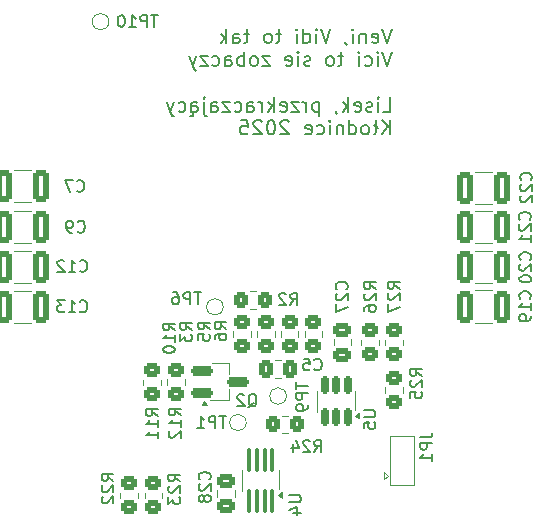
<source format=gbo>
G04 #@! TF.GenerationSoftware,KiCad,Pcbnew,9.0.1*
G04 #@! TF.CreationDate,2025-04-23T11:21:28+02:00*
G04 #@! TF.ProjectId,LTC3119-breakout,4c544333-3131-4392-9d62-7265616b6f75,rev?*
G04 #@! TF.SameCoordinates,Original*
G04 #@! TF.FileFunction,Legend,Bot*
G04 #@! TF.FilePolarity,Positive*
%FSLAX46Y46*%
G04 Gerber Fmt 4.6, Leading zero omitted, Abs format (unit mm)*
G04 Created by KiCad (PCBNEW 9.0.1) date 2025-04-23 11:21:28*
%MOMM*%
%LPD*%
G01*
G04 APERTURE LIST*
G04 Aperture macros list*
%AMRoundRect*
0 Rectangle with rounded corners*
0 $1 Rounding radius*
0 $2 $3 $4 $5 $6 $7 $8 $9 X,Y pos of 4 corners*
0 Add a 4 corners polygon primitive as box body*
4,1,4,$2,$3,$4,$5,$6,$7,$8,$9,$2,$3,0*
0 Add four circle primitives for the rounded corners*
1,1,$1+$1,$2,$3*
1,1,$1+$1,$4,$5*
1,1,$1+$1,$6,$7*
1,1,$1+$1,$8,$9*
0 Add four rect primitives between the rounded corners*
20,1,$1+$1,$2,$3,$4,$5,0*
20,1,$1+$1,$4,$5,$6,$7,0*
20,1,$1+$1,$6,$7,$8,$9,0*
20,1,$1+$1,$8,$9,$2,$3,0*%
G04 Aperture macros list end*
%ADD10C,0.200000*%
%ADD11C,0.150000*%
%ADD12C,0.120000*%
%ADD13R,1.700000X1.700000*%
%ADD14C,1.700000*%
%ADD15C,5.600000*%
%ADD16RoundRect,0.250000X0.450000X-0.350000X0.450000X0.350000X-0.450000X0.350000X-0.450000X-0.350000X0*%
%ADD17RoundRect,0.250000X-0.450000X0.350000X-0.450000X-0.350000X0.450000X-0.350000X0.450000X0.350000X0*%
%ADD18R,1.500000X1.000000*%
%ADD19RoundRect,0.250000X0.412500X1.100000X-0.412500X1.100000X-0.412500X-1.100000X0.412500X-1.100000X0*%
%ADD20C,1.000000*%
%ADD21RoundRect,0.250000X0.475000X-0.337500X0.475000X0.337500X-0.475000X0.337500X-0.475000X-0.337500X0*%
%ADD22RoundRect,0.250000X0.350000X0.450000X-0.350000X0.450000X-0.350000X-0.450000X0.350000X-0.450000X0*%
%ADD23RoundRect,0.250000X-0.412500X-1.100000X0.412500X-1.100000X0.412500X1.100000X-0.412500X1.100000X0*%
%ADD24RoundRect,0.250000X-0.475000X0.337500X-0.475000X-0.337500X0.475000X-0.337500X0.475000X0.337500X0*%
%ADD25RoundRect,0.250000X-0.350000X-0.450000X0.350000X-0.450000X0.350000X0.450000X-0.350000X0.450000X0*%
%ADD26RoundRect,0.200000X-0.750000X-0.200000X0.750000X-0.200000X0.750000X0.200000X-0.750000X0.200000X0*%
%ADD27RoundRect,0.100000X0.100000X-0.900000X0.100000X0.900000X-0.100000X0.900000X-0.100000X-0.900000X0*%
%ADD28RoundRect,0.162500X0.162500X-0.617500X0.162500X0.617500X-0.162500X0.617500X-0.162500X-0.617500X0*%
%ADD29RoundRect,0.250000X0.337500X0.475000X-0.337500X0.475000X-0.337500X-0.475000X0.337500X-0.475000X0*%
G04 APERTURE END LIST*
D10*
X150254136Y-74415010D02*
X149854136Y-75615010D01*
X149854136Y-75615010D02*
X149454136Y-74415010D01*
X148596993Y-75557868D02*
X148711279Y-75615010D01*
X148711279Y-75615010D02*
X148939851Y-75615010D01*
X148939851Y-75615010D02*
X149054136Y-75557868D01*
X149054136Y-75557868D02*
X149111279Y-75443582D01*
X149111279Y-75443582D02*
X149111279Y-74986439D01*
X149111279Y-74986439D02*
X149054136Y-74872153D01*
X149054136Y-74872153D02*
X148939851Y-74815010D01*
X148939851Y-74815010D02*
X148711279Y-74815010D01*
X148711279Y-74815010D02*
X148596993Y-74872153D01*
X148596993Y-74872153D02*
X148539851Y-74986439D01*
X148539851Y-74986439D02*
X148539851Y-75100725D01*
X148539851Y-75100725D02*
X149111279Y-75215010D01*
X148025565Y-74815010D02*
X148025565Y-75615010D01*
X148025565Y-74929296D02*
X147968422Y-74872153D01*
X147968422Y-74872153D02*
X147854137Y-74815010D01*
X147854137Y-74815010D02*
X147682708Y-74815010D01*
X147682708Y-74815010D02*
X147568422Y-74872153D01*
X147568422Y-74872153D02*
X147511280Y-74986439D01*
X147511280Y-74986439D02*
X147511280Y-75615010D01*
X146939851Y-75615010D02*
X146939851Y-74815010D01*
X146939851Y-74415010D02*
X146996994Y-74472153D01*
X146996994Y-74472153D02*
X146939851Y-74529296D01*
X146939851Y-74529296D02*
X146882708Y-74472153D01*
X146882708Y-74472153D02*
X146939851Y-74415010D01*
X146939851Y-74415010D02*
X146939851Y-74529296D01*
X146311279Y-75557868D02*
X146311279Y-75615010D01*
X146311279Y-75615010D02*
X146368422Y-75729296D01*
X146368422Y-75729296D02*
X146425565Y-75786439D01*
X145054136Y-74415010D02*
X144654136Y-75615010D01*
X144654136Y-75615010D02*
X144254136Y-74415010D01*
X143854136Y-75615010D02*
X143854136Y-74815010D01*
X143854136Y-74415010D02*
X143911279Y-74472153D01*
X143911279Y-74472153D02*
X143854136Y-74529296D01*
X143854136Y-74529296D02*
X143796993Y-74472153D01*
X143796993Y-74472153D02*
X143854136Y-74415010D01*
X143854136Y-74415010D02*
X143854136Y-74529296D01*
X142768422Y-75615010D02*
X142768422Y-74415010D01*
X142768422Y-75557868D02*
X142882707Y-75615010D01*
X142882707Y-75615010D02*
X143111279Y-75615010D01*
X143111279Y-75615010D02*
X143225564Y-75557868D01*
X143225564Y-75557868D02*
X143282707Y-75500725D01*
X143282707Y-75500725D02*
X143339850Y-75386439D01*
X143339850Y-75386439D02*
X143339850Y-75043582D01*
X143339850Y-75043582D02*
X143282707Y-74929296D01*
X143282707Y-74929296D02*
X143225564Y-74872153D01*
X143225564Y-74872153D02*
X143111279Y-74815010D01*
X143111279Y-74815010D02*
X142882707Y-74815010D01*
X142882707Y-74815010D02*
X142768422Y-74872153D01*
X142196993Y-75615010D02*
X142196993Y-74815010D01*
X142196993Y-74415010D02*
X142254136Y-74472153D01*
X142254136Y-74472153D02*
X142196993Y-74529296D01*
X142196993Y-74529296D02*
X142139850Y-74472153D01*
X142139850Y-74472153D02*
X142196993Y-74415010D01*
X142196993Y-74415010D02*
X142196993Y-74529296D01*
X140882707Y-74815010D02*
X140425564Y-74815010D01*
X140711278Y-74415010D02*
X140711278Y-75443582D01*
X140711278Y-75443582D02*
X140654135Y-75557868D01*
X140654135Y-75557868D02*
X140539850Y-75615010D01*
X140539850Y-75615010D02*
X140425564Y-75615010D01*
X139854136Y-75615010D02*
X139968421Y-75557868D01*
X139968421Y-75557868D02*
X140025564Y-75500725D01*
X140025564Y-75500725D02*
X140082707Y-75386439D01*
X140082707Y-75386439D02*
X140082707Y-75043582D01*
X140082707Y-75043582D02*
X140025564Y-74929296D01*
X140025564Y-74929296D02*
X139968421Y-74872153D01*
X139968421Y-74872153D02*
X139854136Y-74815010D01*
X139854136Y-74815010D02*
X139682707Y-74815010D01*
X139682707Y-74815010D02*
X139568421Y-74872153D01*
X139568421Y-74872153D02*
X139511279Y-74929296D01*
X139511279Y-74929296D02*
X139454136Y-75043582D01*
X139454136Y-75043582D02*
X139454136Y-75386439D01*
X139454136Y-75386439D02*
X139511279Y-75500725D01*
X139511279Y-75500725D02*
X139568421Y-75557868D01*
X139568421Y-75557868D02*
X139682707Y-75615010D01*
X139682707Y-75615010D02*
X139854136Y-75615010D01*
X138196993Y-74815010D02*
X137739850Y-74815010D01*
X138025564Y-74415010D02*
X138025564Y-75443582D01*
X138025564Y-75443582D02*
X137968421Y-75557868D01*
X137968421Y-75557868D02*
X137854136Y-75615010D01*
X137854136Y-75615010D02*
X137739850Y-75615010D01*
X136825565Y-75615010D02*
X136825565Y-74986439D01*
X136825565Y-74986439D02*
X136882707Y-74872153D01*
X136882707Y-74872153D02*
X136996993Y-74815010D01*
X136996993Y-74815010D02*
X137225565Y-74815010D01*
X137225565Y-74815010D02*
X137339850Y-74872153D01*
X136825565Y-75557868D02*
X136939850Y-75615010D01*
X136939850Y-75615010D02*
X137225565Y-75615010D01*
X137225565Y-75615010D02*
X137339850Y-75557868D01*
X137339850Y-75557868D02*
X137396993Y-75443582D01*
X137396993Y-75443582D02*
X137396993Y-75329296D01*
X137396993Y-75329296D02*
X137339850Y-75215010D01*
X137339850Y-75215010D02*
X137225565Y-75157868D01*
X137225565Y-75157868D02*
X136939850Y-75157868D01*
X136939850Y-75157868D02*
X136825565Y-75100725D01*
X136254136Y-75615010D02*
X136254136Y-74415010D01*
X136139851Y-75157868D02*
X135796993Y-75615010D01*
X135796993Y-74815010D02*
X136254136Y-75272153D01*
X150254136Y-76346943D02*
X149854136Y-77546943D01*
X149854136Y-77546943D02*
X149454136Y-76346943D01*
X149054136Y-77546943D02*
X149054136Y-76746943D01*
X149054136Y-76346943D02*
X149111279Y-76404086D01*
X149111279Y-76404086D02*
X149054136Y-76461229D01*
X149054136Y-76461229D02*
X148996993Y-76404086D01*
X148996993Y-76404086D02*
X149054136Y-76346943D01*
X149054136Y-76346943D02*
X149054136Y-76461229D01*
X147968422Y-77489801D02*
X148082707Y-77546943D01*
X148082707Y-77546943D02*
X148311279Y-77546943D01*
X148311279Y-77546943D02*
X148425564Y-77489801D01*
X148425564Y-77489801D02*
X148482707Y-77432658D01*
X148482707Y-77432658D02*
X148539850Y-77318372D01*
X148539850Y-77318372D02*
X148539850Y-76975515D01*
X148539850Y-76975515D02*
X148482707Y-76861229D01*
X148482707Y-76861229D02*
X148425564Y-76804086D01*
X148425564Y-76804086D02*
X148311279Y-76746943D01*
X148311279Y-76746943D02*
X148082707Y-76746943D01*
X148082707Y-76746943D02*
X147968422Y-76804086D01*
X147454136Y-77546943D02*
X147454136Y-76746943D01*
X147454136Y-76346943D02*
X147511279Y-76404086D01*
X147511279Y-76404086D02*
X147454136Y-76461229D01*
X147454136Y-76461229D02*
X147396993Y-76404086D01*
X147396993Y-76404086D02*
X147454136Y-76346943D01*
X147454136Y-76346943D02*
X147454136Y-76461229D01*
X146139850Y-76746943D02*
X145682707Y-76746943D01*
X145968421Y-76346943D02*
X145968421Y-77375515D01*
X145968421Y-77375515D02*
X145911278Y-77489801D01*
X145911278Y-77489801D02*
X145796993Y-77546943D01*
X145796993Y-77546943D02*
X145682707Y-77546943D01*
X145111279Y-77546943D02*
X145225564Y-77489801D01*
X145225564Y-77489801D02*
X145282707Y-77432658D01*
X145282707Y-77432658D02*
X145339850Y-77318372D01*
X145339850Y-77318372D02*
X145339850Y-76975515D01*
X145339850Y-76975515D02*
X145282707Y-76861229D01*
X145282707Y-76861229D02*
X145225564Y-76804086D01*
X145225564Y-76804086D02*
X145111279Y-76746943D01*
X145111279Y-76746943D02*
X144939850Y-76746943D01*
X144939850Y-76746943D02*
X144825564Y-76804086D01*
X144825564Y-76804086D02*
X144768422Y-76861229D01*
X144768422Y-76861229D02*
X144711279Y-76975515D01*
X144711279Y-76975515D02*
X144711279Y-77318372D01*
X144711279Y-77318372D02*
X144768422Y-77432658D01*
X144768422Y-77432658D02*
X144825564Y-77489801D01*
X144825564Y-77489801D02*
X144939850Y-77546943D01*
X144939850Y-77546943D02*
X145111279Y-77546943D01*
X143339850Y-77489801D02*
X143225564Y-77546943D01*
X143225564Y-77546943D02*
X142996993Y-77546943D01*
X142996993Y-77546943D02*
X142882707Y-77489801D01*
X142882707Y-77489801D02*
X142825564Y-77375515D01*
X142825564Y-77375515D02*
X142825564Y-77318372D01*
X142825564Y-77318372D02*
X142882707Y-77204086D01*
X142882707Y-77204086D02*
X142996993Y-77146943D01*
X142996993Y-77146943D02*
X143168422Y-77146943D01*
X143168422Y-77146943D02*
X143282707Y-77089801D01*
X143282707Y-77089801D02*
X143339850Y-76975515D01*
X143339850Y-76975515D02*
X143339850Y-76918372D01*
X143339850Y-76918372D02*
X143282707Y-76804086D01*
X143282707Y-76804086D02*
X143168422Y-76746943D01*
X143168422Y-76746943D02*
X142996993Y-76746943D01*
X142996993Y-76746943D02*
X142882707Y-76804086D01*
X142311278Y-77546943D02*
X142311278Y-76746943D01*
X142311278Y-76346943D02*
X142368421Y-76404086D01*
X142368421Y-76404086D02*
X142311278Y-76461229D01*
X142311278Y-76461229D02*
X142254135Y-76404086D01*
X142254135Y-76404086D02*
X142311278Y-76346943D01*
X142311278Y-76346943D02*
X142311278Y-76461229D01*
X141282706Y-77489801D02*
X141396992Y-77546943D01*
X141396992Y-77546943D02*
X141625564Y-77546943D01*
X141625564Y-77546943D02*
X141739849Y-77489801D01*
X141739849Y-77489801D02*
X141796992Y-77375515D01*
X141796992Y-77375515D02*
X141796992Y-76918372D01*
X141796992Y-76918372D02*
X141739849Y-76804086D01*
X141739849Y-76804086D02*
X141625564Y-76746943D01*
X141625564Y-76746943D02*
X141396992Y-76746943D01*
X141396992Y-76746943D02*
X141282706Y-76804086D01*
X141282706Y-76804086D02*
X141225564Y-76918372D01*
X141225564Y-76918372D02*
X141225564Y-77032658D01*
X141225564Y-77032658D02*
X141796992Y-77146943D01*
X139911278Y-76746943D02*
X139282707Y-76746943D01*
X139282707Y-76746943D02*
X139911278Y-77546943D01*
X139911278Y-77546943D02*
X139282707Y-77546943D01*
X138654135Y-77546943D02*
X138768420Y-77489801D01*
X138768420Y-77489801D02*
X138825563Y-77432658D01*
X138825563Y-77432658D02*
X138882706Y-77318372D01*
X138882706Y-77318372D02*
X138882706Y-76975515D01*
X138882706Y-76975515D02*
X138825563Y-76861229D01*
X138825563Y-76861229D02*
X138768420Y-76804086D01*
X138768420Y-76804086D02*
X138654135Y-76746943D01*
X138654135Y-76746943D02*
X138482706Y-76746943D01*
X138482706Y-76746943D02*
X138368420Y-76804086D01*
X138368420Y-76804086D02*
X138311278Y-76861229D01*
X138311278Y-76861229D02*
X138254135Y-76975515D01*
X138254135Y-76975515D02*
X138254135Y-77318372D01*
X138254135Y-77318372D02*
X138311278Y-77432658D01*
X138311278Y-77432658D02*
X138368420Y-77489801D01*
X138368420Y-77489801D02*
X138482706Y-77546943D01*
X138482706Y-77546943D02*
X138654135Y-77546943D01*
X137739849Y-77546943D02*
X137739849Y-76346943D01*
X137739849Y-76804086D02*
X137625564Y-76746943D01*
X137625564Y-76746943D02*
X137396992Y-76746943D01*
X137396992Y-76746943D02*
X137282706Y-76804086D01*
X137282706Y-76804086D02*
X137225564Y-76861229D01*
X137225564Y-76861229D02*
X137168421Y-76975515D01*
X137168421Y-76975515D02*
X137168421Y-77318372D01*
X137168421Y-77318372D02*
X137225564Y-77432658D01*
X137225564Y-77432658D02*
X137282706Y-77489801D01*
X137282706Y-77489801D02*
X137396992Y-77546943D01*
X137396992Y-77546943D02*
X137625564Y-77546943D01*
X137625564Y-77546943D02*
X137739849Y-77489801D01*
X136139850Y-77546943D02*
X136139850Y-76918372D01*
X136139850Y-76918372D02*
X136196992Y-76804086D01*
X136196992Y-76804086D02*
X136311278Y-76746943D01*
X136311278Y-76746943D02*
X136539850Y-76746943D01*
X136539850Y-76746943D02*
X136654135Y-76804086D01*
X136139850Y-77489801D02*
X136254135Y-77546943D01*
X136254135Y-77546943D02*
X136539850Y-77546943D01*
X136539850Y-77546943D02*
X136654135Y-77489801D01*
X136654135Y-77489801D02*
X136711278Y-77375515D01*
X136711278Y-77375515D02*
X136711278Y-77261229D01*
X136711278Y-77261229D02*
X136654135Y-77146943D01*
X136654135Y-77146943D02*
X136539850Y-77089801D01*
X136539850Y-77089801D02*
X136254135Y-77089801D01*
X136254135Y-77089801D02*
X136139850Y-77032658D01*
X135054136Y-77489801D02*
X135168421Y-77546943D01*
X135168421Y-77546943D02*
X135396993Y-77546943D01*
X135396993Y-77546943D02*
X135511278Y-77489801D01*
X135511278Y-77489801D02*
X135568421Y-77432658D01*
X135568421Y-77432658D02*
X135625564Y-77318372D01*
X135625564Y-77318372D02*
X135625564Y-76975515D01*
X135625564Y-76975515D02*
X135568421Y-76861229D01*
X135568421Y-76861229D02*
X135511278Y-76804086D01*
X135511278Y-76804086D02*
X135396993Y-76746943D01*
X135396993Y-76746943D02*
X135168421Y-76746943D01*
X135168421Y-76746943D02*
X135054136Y-76804086D01*
X134654136Y-76746943D02*
X134025565Y-76746943D01*
X134025565Y-76746943D02*
X134654136Y-77546943D01*
X134654136Y-77546943D02*
X134025565Y-77546943D01*
X133682707Y-76746943D02*
X133396993Y-77546943D01*
X133111278Y-76746943D02*
X133396993Y-77546943D01*
X133396993Y-77546943D02*
X133511278Y-77832658D01*
X133511278Y-77832658D02*
X133568421Y-77889801D01*
X133568421Y-77889801D02*
X133682707Y-77946943D01*
X149511279Y-81410809D02*
X150082707Y-81410809D01*
X150082707Y-81410809D02*
X150082707Y-80210809D01*
X149111278Y-81410809D02*
X149111278Y-80610809D01*
X149111278Y-80210809D02*
X149168421Y-80267952D01*
X149168421Y-80267952D02*
X149111278Y-80325095D01*
X149111278Y-80325095D02*
X149054135Y-80267952D01*
X149054135Y-80267952D02*
X149111278Y-80210809D01*
X149111278Y-80210809D02*
X149111278Y-80325095D01*
X148596992Y-81353667D02*
X148482706Y-81410809D01*
X148482706Y-81410809D02*
X148254135Y-81410809D01*
X148254135Y-81410809D02*
X148139849Y-81353667D01*
X148139849Y-81353667D02*
X148082706Y-81239381D01*
X148082706Y-81239381D02*
X148082706Y-81182238D01*
X148082706Y-81182238D02*
X148139849Y-81067952D01*
X148139849Y-81067952D02*
X148254135Y-81010809D01*
X148254135Y-81010809D02*
X148425564Y-81010809D01*
X148425564Y-81010809D02*
X148539849Y-80953667D01*
X148539849Y-80953667D02*
X148596992Y-80839381D01*
X148596992Y-80839381D02*
X148596992Y-80782238D01*
X148596992Y-80782238D02*
X148539849Y-80667952D01*
X148539849Y-80667952D02*
X148425564Y-80610809D01*
X148425564Y-80610809D02*
X148254135Y-80610809D01*
X148254135Y-80610809D02*
X148139849Y-80667952D01*
X147111277Y-81353667D02*
X147225563Y-81410809D01*
X147225563Y-81410809D02*
X147454135Y-81410809D01*
X147454135Y-81410809D02*
X147568420Y-81353667D01*
X147568420Y-81353667D02*
X147625563Y-81239381D01*
X147625563Y-81239381D02*
X147625563Y-80782238D01*
X147625563Y-80782238D02*
X147568420Y-80667952D01*
X147568420Y-80667952D02*
X147454135Y-80610809D01*
X147454135Y-80610809D02*
X147225563Y-80610809D01*
X147225563Y-80610809D02*
X147111277Y-80667952D01*
X147111277Y-80667952D02*
X147054135Y-80782238D01*
X147054135Y-80782238D02*
X147054135Y-80896524D01*
X147054135Y-80896524D02*
X147625563Y-81010809D01*
X146539849Y-81410809D02*
X146539849Y-80210809D01*
X146425564Y-80953667D02*
X146082706Y-81410809D01*
X146082706Y-80610809D02*
X146539849Y-81067952D01*
X145511277Y-81353667D02*
X145511277Y-81410809D01*
X145511277Y-81410809D02*
X145568420Y-81525095D01*
X145568420Y-81525095D02*
X145625563Y-81582238D01*
X144082705Y-80610809D02*
X144082705Y-81810809D01*
X144082705Y-80667952D02*
X143968420Y-80610809D01*
X143968420Y-80610809D02*
X143739848Y-80610809D01*
X143739848Y-80610809D02*
X143625562Y-80667952D01*
X143625562Y-80667952D02*
X143568420Y-80725095D01*
X143568420Y-80725095D02*
X143511277Y-80839381D01*
X143511277Y-80839381D02*
X143511277Y-81182238D01*
X143511277Y-81182238D02*
X143568420Y-81296524D01*
X143568420Y-81296524D02*
X143625562Y-81353667D01*
X143625562Y-81353667D02*
X143739848Y-81410809D01*
X143739848Y-81410809D02*
X143968420Y-81410809D01*
X143968420Y-81410809D02*
X144082705Y-81353667D01*
X142996991Y-81410809D02*
X142996991Y-80610809D01*
X142996991Y-80839381D02*
X142939848Y-80725095D01*
X142939848Y-80725095D02*
X142882706Y-80667952D01*
X142882706Y-80667952D02*
X142768420Y-80610809D01*
X142768420Y-80610809D02*
X142654134Y-80610809D01*
X142368420Y-80610809D02*
X141739849Y-80610809D01*
X141739849Y-80610809D02*
X142368420Y-81410809D01*
X142368420Y-81410809D02*
X141739849Y-81410809D01*
X140825562Y-81353667D02*
X140939848Y-81410809D01*
X140939848Y-81410809D02*
X141168420Y-81410809D01*
X141168420Y-81410809D02*
X141282705Y-81353667D01*
X141282705Y-81353667D02*
X141339848Y-81239381D01*
X141339848Y-81239381D02*
X141339848Y-80782238D01*
X141339848Y-80782238D02*
X141282705Y-80667952D01*
X141282705Y-80667952D02*
X141168420Y-80610809D01*
X141168420Y-80610809D02*
X140939848Y-80610809D01*
X140939848Y-80610809D02*
X140825562Y-80667952D01*
X140825562Y-80667952D02*
X140768420Y-80782238D01*
X140768420Y-80782238D02*
X140768420Y-80896524D01*
X140768420Y-80896524D02*
X141339848Y-81010809D01*
X140254134Y-81410809D02*
X140254134Y-80210809D01*
X140139849Y-80953667D02*
X139796991Y-81410809D01*
X139796991Y-80610809D02*
X140254134Y-81067952D01*
X139282705Y-81410809D02*
X139282705Y-80610809D01*
X139282705Y-80839381D02*
X139225562Y-80725095D01*
X139225562Y-80725095D02*
X139168420Y-80667952D01*
X139168420Y-80667952D02*
X139054134Y-80610809D01*
X139054134Y-80610809D02*
X138939848Y-80610809D01*
X138025563Y-81410809D02*
X138025563Y-80782238D01*
X138025563Y-80782238D02*
X138082705Y-80667952D01*
X138082705Y-80667952D02*
X138196991Y-80610809D01*
X138196991Y-80610809D02*
X138425563Y-80610809D01*
X138425563Y-80610809D02*
X138539848Y-80667952D01*
X138025563Y-81353667D02*
X138139848Y-81410809D01*
X138139848Y-81410809D02*
X138425563Y-81410809D01*
X138425563Y-81410809D02*
X138539848Y-81353667D01*
X138539848Y-81353667D02*
X138596991Y-81239381D01*
X138596991Y-81239381D02*
X138596991Y-81125095D01*
X138596991Y-81125095D02*
X138539848Y-81010809D01*
X138539848Y-81010809D02*
X138425563Y-80953667D01*
X138425563Y-80953667D02*
X138139848Y-80953667D01*
X138139848Y-80953667D02*
X138025563Y-80896524D01*
X136939849Y-81353667D02*
X137054134Y-81410809D01*
X137054134Y-81410809D02*
X137282706Y-81410809D01*
X137282706Y-81410809D02*
X137396991Y-81353667D01*
X137396991Y-81353667D02*
X137454134Y-81296524D01*
X137454134Y-81296524D02*
X137511277Y-81182238D01*
X137511277Y-81182238D02*
X137511277Y-80839381D01*
X137511277Y-80839381D02*
X137454134Y-80725095D01*
X137454134Y-80725095D02*
X137396991Y-80667952D01*
X137396991Y-80667952D02*
X137282706Y-80610809D01*
X137282706Y-80610809D02*
X137054134Y-80610809D01*
X137054134Y-80610809D02*
X136939849Y-80667952D01*
X136539849Y-80610809D02*
X135911278Y-80610809D01*
X135911278Y-80610809D02*
X136539849Y-81410809D01*
X136539849Y-81410809D02*
X135911278Y-81410809D01*
X134939849Y-81410809D02*
X134939849Y-80782238D01*
X134939849Y-80782238D02*
X134996991Y-80667952D01*
X134996991Y-80667952D02*
X135111277Y-80610809D01*
X135111277Y-80610809D02*
X135339849Y-80610809D01*
X135339849Y-80610809D02*
X135454134Y-80667952D01*
X134939849Y-81353667D02*
X135054134Y-81410809D01*
X135054134Y-81410809D02*
X135339849Y-81410809D01*
X135339849Y-81410809D02*
X135454134Y-81353667D01*
X135454134Y-81353667D02*
X135511277Y-81239381D01*
X135511277Y-81239381D02*
X135511277Y-81125095D01*
X135511277Y-81125095D02*
X135454134Y-81010809D01*
X135454134Y-81010809D02*
X135339849Y-80953667D01*
X135339849Y-80953667D02*
X135054134Y-80953667D01*
X135054134Y-80953667D02*
X134939849Y-80896524D01*
X134368420Y-80610809D02*
X134368420Y-81639381D01*
X134368420Y-81639381D02*
X134425563Y-81753667D01*
X134425563Y-81753667D02*
X134539849Y-81810809D01*
X134539849Y-81810809D02*
X134596992Y-81810809D01*
X134368420Y-80210809D02*
X134425563Y-80267952D01*
X134425563Y-80267952D02*
X134368420Y-80325095D01*
X134368420Y-80325095D02*
X134311277Y-80267952D01*
X134311277Y-80267952D02*
X134368420Y-80210809D01*
X134368420Y-80210809D02*
X134368420Y-80325095D01*
X133282706Y-81410809D02*
X133282706Y-80782238D01*
X133282706Y-80782238D02*
X133339848Y-80667952D01*
X133339848Y-80667952D02*
X133454134Y-80610809D01*
X133454134Y-80610809D02*
X133682706Y-80610809D01*
X133682706Y-80610809D02*
X133796991Y-80667952D01*
X133282706Y-81353667D02*
X133396991Y-81410809D01*
X133396991Y-81410809D02*
X133682706Y-81410809D01*
X133682706Y-81410809D02*
X133796991Y-81353667D01*
X133796991Y-81353667D02*
X133854134Y-81239381D01*
X133854134Y-81239381D02*
X133854134Y-81125095D01*
X133854134Y-81125095D02*
X133796991Y-81010809D01*
X133796991Y-81010809D02*
X133682706Y-80953667D01*
X133682706Y-80953667D02*
X133396991Y-80953667D01*
X133396991Y-80953667D02*
X133282706Y-80896524D01*
X133282706Y-81410809D02*
X133396991Y-81525095D01*
X133396991Y-81525095D02*
X133454134Y-81639381D01*
X133454134Y-81639381D02*
X133396991Y-81753667D01*
X133396991Y-81753667D02*
X133282706Y-81810809D01*
X133282706Y-81810809D02*
X133168420Y-81810809D01*
X132196992Y-81353667D02*
X132311277Y-81410809D01*
X132311277Y-81410809D02*
X132539849Y-81410809D01*
X132539849Y-81410809D02*
X132654134Y-81353667D01*
X132654134Y-81353667D02*
X132711277Y-81296524D01*
X132711277Y-81296524D02*
X132768420Y-81182238D01*
X132768420Y-81182238D02*
X132768420Y-80839381D01*
X132768420Y-80839381D02*
X132711277Y-80725095D01*
X132711277Y-80725095D02*
X132654134Y-80667952D01*
X132654134Y-80667952D02*
X132539849Y-80610809D01*
X132539849Y-80610809D02*
X132311277Y-80610809D01*
X132311277Y-80610809D02*
X132196992Y-80667952D01*
X131796992Y-80610809D02*
X131511278Y-81410809D01*
X131225563Y-80610809D02*
X131511278Y-81410809D01*
X131511278Y-81410809D02*
X131625563Y-81696524D01*
X131625563Y-81696524D02*
X131682706Y-81753667D01*
X131682706Y-81753667D02*
X131796992Y-81810809D01*
X150082707Y-83342742D02*
X150082707Y-82142742D01*
X149396993Y-83342742D02*
X149911279Y-82657028D01*
X149396993Y-82142742D02*
X150082707Y-82828457D01*
X148711279Y-83342742D02*
X148825564Y-83285600D01*
X148825564Y-83285600D02*
X148882707Y-83171314D01*
X148882707Y-83171314D02*
X148882707Y-82142742D01*
X149054136Y-82771314D02*
X148711279Y-82542742D01*
X148082708Y-83342742D02*
X148196993Y-83285600D01*
X148196993Y-83285600D02*
X148254136Y-83228457D01*
X148254136Y-83228457D02*
X148311279Y-83114171D01*
X148311279Y-83114171D02*
X148311279Y-82771314D01*
X148311279Y-82771314D02*
X148254136Y-82657028D01*
X148254136Y-82657028D02*
X148196993Y-82599885D01*
X148196993Y-82599885D02*
X148082708Y-82542742D01*
X148082708Y-82542742D02*
X147911279Y-82542742D01*
X147911279Y-82542742D02*
X147796993Y-82599885D01*
X147796993Y-82599885D02*
X147739851Y-82657028D01*
X147739851Y-82657028D02*
X147682708Y-82771314D01*
X147682708Y-82771314D02*
X147682708Y-83114171D01*
X147682708Y-83114171D02*
X147739851Y-83228457D01*
X147739851Y-83228457D02*
X147796993Y-83285600D01*
X147796993Y-83285600D02*
X147911279Y-83342742D01*
X147911279Y-83342742D02*
X148082708Y-83342742D01*
X146654137Y-83342742D02*
X146654137Y-82142742D01*
X146654137Y-83285600D02*
X146768422Y-83342742D01*
X146768422Y-83342742D02*
X146996994Y-83342742D01*
X146996994Y-83342742D02*
X147111279Y-83285600D01*
X147111279Y-83285600D02*
X147168422Y-83228457D01*
X147168422Y-83228457D02*
X147225565Y-83114171D01*
X147225565Y-83114171D02*
X147225565Y-82771314D01*
X147225565Y-82771314D02*
X147168422Y-82657028D01*
X147168422Y-82657028D02*
X147111279Y-82599885D01*
X147111279Y-82599885D02*
X146996994Y-82542742D01*
X146996994Y-82542742D02*
X146768422Y-82542742D01*
X146768422Y-82542742D02*
X146654137Y-82599885D01*
X146082708Y-82542742D02*
X146082708Y-83342742D01*
X146082708Y-82657028D02*
X146025565Y-82599885D01*
X146025565Y-82599885D02*
X145911280Y-82542742D01*
X145911280Y-82542742D02*
X145739851Y-82542742D01*
X145739851Y-82542742D02*
X145625565Y-82599885D01*
X145625565Y-82599885D02*
X145568423Y-82714171D01*
X145568423Y-82714171D02*
X145568423Y-83342742D01*
X144996994Y-83342742D02*
X144996994Y-82542742D01*
X144996994Y-82142742D02*
X145054137Y-82199885D01*
X145054137Y-82199885D02*
X144996994Y-82257028D01*
X144996994Y-82257028D02*
X144939851Y-82199885D01*
X144939851Y-82199885D02*
X144996994Y-82142742D01*
X144996994Y-82142742D02*
X144996994Y-82257028D01*
X143911280Y-83285600D02*
X144025565Y-83342742D01*
X144025565Y-83342742D02*
X144254137Y-83342742D01*
X144254137Y-83342742D02*
X144368422Y-83285600D01*
X144368422Y-83285600D02*
X144425565Y-83228457D01*
X144425565Y-83228457D02*
X144482708Y-83114171D01*
X144482708Y-83114171D02*
X144482708Y-82771314D01*
X144482708Y-82771314D02*
X144425565Y-82657028D01*
X144425565Y-82657028D02*
X144368422Y-82599885D01*
X144368422Y-82599885D02*
X144254137Y-82542742D01*
X144254137Y-82542742D02*
X144025565Y-82542742D01*
X144025565Y-82542742D02*
X143911280Y-82599885D01*
X142939851Y-83285600D02*
X143054137Y-83342742D01*
X143054137Y-83342742D02*
X143282709Y-83342742D01*
X143282709Y-83342742D02*
X143396994Y-83285600D01*
X143396994Y-83285600D02*
X143454137Y-83171314D01*
X143454137Y-83171314D02*
X143454137Y-82714171D01*
X143454137Y-82714171D02*
X143396994Y-82599885D01*
X143396994Y-82599885D02*
X143282709Y-82542742D01*
X143282709Y-82542742D02*
X143054137Y-82542742D01*
X143054137Y-82542742D02*
X142939851Y-82599885D01*
X142939851Y-82599885D02*
X142882709Y-82714171D01*
X142882709Y-82714171D02*
X142882709Y-82828457D01*
X142882709Y-82828457D02*
X143454137Y-82942742D01*
X141511280Y-82257028D02*
X141454137Y-82199885D01*
X141454137Y-82199885D02*
X141339852Y-82142742D01*
X141339852Y-82142742D02*
X141054137Y-82142742D01*
X141054137Y-82142742D02*
X140939852Y-82199885D01*
X140939852Y-82199885D02*
X140882709Y-82257028D01*
X140882709Y-82257028D02*
X140825566Y-82371314D01*
X140825566Y-82371314D02*
X140825566Y-82485600D01*
X140825566Y-82485600D02*
X140882709Y-82657028D01*
X140882709Y-82657028D02*
X141568423Y-83342742D01*
X141568423Y-83342742D02*
X140825566Y-83342742D01*
X140082709Y-82142742D02*
X139968423Y-82142742D01*
X139968423Y-82142742D02*
X139854137Y-82199885D01*
X139854137Y-82199885D02*
X139796995Y-82257028D01*
X139796995Y-82257028D02*
X139739852Y-82371314D01*
X139739852Y-82371314D02*
X139682709Y-82599885D01*
X139682709Y-82599885D02*
X139682709Y-82885600D01*
X139682709Y-82885600D02*
X139739852Y-83114171D01*
X139739852Y-83114171D02*
X139796995Y-83228457D01*
X139796995Y-83228457D02*
X139854137Y-83285600D01*
X139854137Y-83285600D02*
X139968423Y-83342742D01*
X139968423Y-83342742D02*
X140082709Y-83342742D01*
X140082709Y-83342742D02*
X140196995Y-83285600D01*
X140196995Y-83285600D02*
X140254137Y-83228457D01*
X140254137Y-83228457D02*
X140311280Y-83114171D01*
X140311280Y-83114171D02*
X140368423Y-82885600D01*
X140368423Y-82885600D02*
X140368423Y-82599885D01*
X140368423Y-82599885D02*
X140311280Y-82371314D01*
X140311280Y-82371314D02*
X140254137Y-82257028D01*
X140254137Y-82257028D02*
X140196995Y-82199885D01*
X140196995Y-82199885D02*
X140082709Y-82142742D01*
X139225566Y-82257028D02*
X139168423Y-82199885D01*
X139168423Y-82199885D02*
X139054138Y-82142742D01*
X139054138Y-82142742D02*
X138768423Y-82142742D01*
X138768423Y-82142742D02*
X138654138Y-82199885D01*
X138654138Y-82199885D02*
X138596995Y-82257028D01*
X138596995Y-82257028D02*
X138539852Y-82371314D01*
X138539852Y-82371314D02*
X138539852Y-82485600D01*
X138539852Y-82485600D02*
X138596995Y-82657028D01*
X138596995Y-82657028D02*
X139282709Y-83342742D01*
X139282709Y-83342742D02*
X138539852Y-83342742D01*
X137454138Y-82142742D02*
X138025566Y-82142742D01*
X138025566Y-82142742D02*
X138082709Y-82714171D01*
X138082709Y-82714171D02*
X138025566Y-82657028D01*
X138025566Y-82657028D02*
X137911281Y-82599885D01*
X137911281Y-82599885D02*
X137625566Y-82599885D01*
X137625566Y-82599885D02*
X137511281Y-82657028D01*
X137511281Y-82657028D02*
X137454138Y-82714171D01*
X137454138Y-82714171D02*
X137396995Y-82828457D01*
X137396995Y-82828457D02*
X137396995Y-83114171D01*
X137396995Y-83114171D02*
X137454138Y-83228457D01*
X137454138Y-83228457D02*
X137511281Y-83285600D01*
X137511281Y-83285600D02*
X137625566Y-83342742D01*
X137625566Y-83342742D02*
X137911281Y-83342742D01*
X137911281Y-83342742D02*
X138025566Y-83285600D01*
X138025566Y-83285600D02*
X138082709Y-83228457D01*
D11*
X152804819Y-103782142D02*
X152328628Y-103448809D01*
X152804819Y-103210714D02*
X151804819Y-103210714D01*
X151804819Y-103210714D02*
X151804819Y-103591666D01*
X151804819Y-103591666D02*
X151852438Y-103686904D01*
X151852438Y-103686904D02*
X151900057Y-103734523D01*
X151900057Y-103734523D02*
X151995295Y-103782142D01*
X151995295Y-103782142D02*
X152138152Y-103782142D01*
X152138152Y-103782142D02*
X152233390Y-103734523D01*
X152233390Y-103734523D02*
X152281009Y-103686904D01*
X152281009Y-103686904D02*
X152328628Y-103591666D01*
X152328628Y-103591666D02*
X152328628Y-103210714D01*
X151900057Y-104163095D02*
X151852438Y-104210714D01*
X151852438Y-104210714D02*
X151804819Y-104305952D01*
X151804819Y-104305952D02*
X151804819Y-104544047D01*
X151804819Y-104544047D02*
X151852438Y-104639285D01*
X151852438Y-104639285D02*
X151900057Y-104686904D01*
X151900057Y-104686904D02*
X151995295Y-104734523D01*
X151995295Y-104734523D02*
X152090533Y-104734523D01*
X152090533Y-104734523D02*
X152233390Y-104686904D01*
X152233390Y-104686904D02*
X152804819Y-104115476D01*
X152804819Y-104115476D02*
X152804819Y-104734523D01*
X151804819Y-105639285D02*
X151804819Y-105163095D01*
X151804819Y-105163095D02*
X152281009Y-105115476D01*
X152281009Y-105115476D02*
X152233390Y-105163095D01*
X152233390Y-105163095D02*
X152185771Y-105258333D01*
X152185771Y-105258333D02*
X152185771Y-105496428D01*
X152185771Y-105496428D02*
X152233390Y-105591666D01*
X152233390Y-105591666D02*
X152281009Y-105639285D01*
X152281009Y-105639285D02*
X152376247Y-105686904D01*
X152376247Y-105686904D02*
X152614342Y-105686904D01*
X152614342Y-105686904D02*
X152709580Y-105639285D01*
X152709580Y-105639285D02*
X152757200Y-105591666D01*
X152757200Y-105591666D02*
X152804819Y-105496428D01*
X152804819Y-105496428D02*
X152804819Y-105258333D01*
X152804819Y-105258333D02*
X152757200Y-105163095D01*
X152757200Y-105163095D02*
X152709580Y-105115476D01*
X132329819Y-112732142D02*
X131853628Y-112398809D01*
X132329819Y-112160714D02*
X131329819Y-112160714D01*
X131329819Y-112160714D02*
X131329819Y-112541666D01*
X131329819Y-112541666D02*
X131377438Y-112636904D01*
X131377438Y-112636904D02*
X131425057Y-112684523D01*
X131425057Y-112684523D02*
X131520295Y-112732142D01*
X131520295Y-112732142D02*
X131663152Y-112732142D01*
X131663152Y-112732142D02*
X131758390Y-112684523D01*
X131758390Y-112684523D02*
X131806009Y-112636904D01*
X131806009Y-112636904D02*
X131853628Y-112541666D01*
X131853628Y-112541666D02*
X131853628Y-112160714D01*
X131425057Y-113113095D02*
X131377438Y-113160714D01*
X131377438Y-113160714D02*
X131329819Y-113255952D01*
X131329819Y-113255952D02*
X131329819Y-113494047D01*
X131329819Y-113494047D02*
X131377438Y-113589285D01*
X131377438Y-113589285D02*
X131425057Y-113636904D01*
X131425057Y-113636904D02*
X131520295Y-113684523D01*
X131520295Y-113684523D02*
X131615533Y-113684523D01*
X131615533Y-113684523D02*
X131758390Y-113636904D01*
X131758390Y-113636904D02*
X132329819Y-113065476D01*
X132329819Y-113065476D02*
X132329819Y-113684523D01*
X131329819Y-114017857D02*
X131329819Y-114636904D01*
X131329819Y-114636904D02*
X131710771Y-114303571D01*
X131710771Y-114303571D02*
X131710771Y-114446428D01*
X131710771Y-114446428D02*
X131758390Y-114541666D01*
X131758390Y-114541666D02*
X131806009Y-114589285D01*
X131806009Y-114589285D02*
X131901247Y-114636904D01*
X131901247Y-114636904D02*
X132139342Y-114636904D01*
X132139342Y-114636904D02*
X132234580Y-114589285D01*
X132234580Y-114589285D02*
X132282200Y-114541666D01*
X132282200Y-114541666D02*
X132329819Y-114446428D01*
X132329819Y-114446428D02*
X132329819Y-114160714D01*
X132329819Y-114160714D02*
X132282200Y-114065476D01*
X132282200Y-114065476D02*
X132234580Y-114017857D01*
X126679819Y-112682142D02*
X126203628Y-112348809D01*
X126679819Y-112110714D02*
X125679819Y-112110714D01*
X125679819Y-112110714D02*
X125679819Y-112491666D01*
X125679819Y-112491666D02*
X125727438Y-112586904D01*
X125727438Y-112586904D02*
X125775057Y-112634523D01*
X125775057Y-112634523D02*
X125870295Y-112682142D01*
X125870295Y-112682142D02*
X126013152Y-112682142D01*
X126013152Y-112682142D02*
X126108390Y-112634523D01*
X126108390Y-112634523D02*
X126156009Y-112586904D01*
X126156009Y-112586904D02*
X126203628Y-112491666D01*
X126203628Y-112491666D02*
X126203628Y-112110714D01*
X125775057Y-113063095D02*
X125727438Y-113110714D01*
X125727438Y-113110714D02*
X125679819Y-113205952D01*
X125679819Y-113205952D02*
X125679819Y-113444047D01*
X125679819Y-113444047D02*
X125727438Y-113539285D01*
X125727438Y-113539285D02*
X125775057Y-113586904D01*
X125775057Y-113586904D02*
X125870295Y-113634523D01*
X125870295Y-113634523D02*
X125965533Y-113634523D01*
X125965533Y-113634523D02*
X126108390Y-113586904D01*
X126108390Y-113586904D02*
X126679819Y-113015476D01*
X126679819Y-113015476D02*
X126679819Y-113634523D01*
X125775057Y-114015476D02*
X125727438Y-114063095D01*
X125727438Y-114063095D02*
X125679819Y-114158333D01*
X125679819Y-114158333D02*
X125679819Y-114396428D01*
X125679819Y-114396428D02*
X125727438Y-114491666D01*
X125727438Y-114491666D02*
X125775057Y-114539285D01*
X125775057Y-114539285D02*
X125870295Y-114586904D01*
X125870295Y-114586904D02*
X125965533Y-114586904D01*
X125965533Y-114586904D02*
X126108390Y-114539285D01*
X126108390Y-114539285D02*
X126679819Y-113967857D01*
X126679819Y-113967857D02*
X126679819Y-114586904D01*
X152679819Y-108991666D02*
X153394104Y-108991666D01*
X153394104Y-108991666D02*
X153536961Y-108944047D01*
X153536961Y-108944047D02*
X153632200Y-108848809D01*
X153632200Y-108848809D02*
X153679819Y-108705952D01*
X153679819Y-108705952D02*
X153679819Y-108610714D01*
X153679819Y-109467857D02*
X152679819Y-109467857D01*
X152679819Y-109467857D02*
X152679819Y-109848809D01*
X152679819Y-109848809D02*
X152727438Y-109944047D01*
X152727438Y-109944047D02*
X152775057Y-109991666D01*
X152775057Y-109991666D02*
X152870295Y-110039285D01*
X152870295Y-110039285D02*
X153013152Y-110039285D01*
X153013152Y-110039285D02*
X153108390Y-109991666D01*
X153108390Y-109991666D02*
X153156009Y-109944047D01*
X153156009Y-109944047D02*
X153203628Y-109848809D01*
X153203628Y-109848809D02*
X153203628Y-109467857D01*
X153679819Y-110991666D02*
X153679819Y-110420238D01*
X153679819Y-110705952D02*
X152679819Y-110705952D01*
X152679819Y-110705952D02*
X152822676Y-110610714D01*
X152822676Y-110610714D02*
X152917914Y-110515476D01*
X152917914Y-110515476D02*
X152965533Y-110420238D01*
X161934580Y-97257142D02*
X161982200Y-97209523D01*
X161982200Y-97209523D02*
X162029819Y-97066666D01*
X162029819Y-97066666D02*
X162029819Y-96971428D01*
X162029819Y-96971428D02*
X161982200Y-96828571D01*
X161982200Y-96828571D02*
X161886961Y-96733333D01*
X161886961Y-96733333D02*
X161791723Y-96685714D01*
X161791723Y-96685714D02*
X161601247Y-96638095D01*
X161601247Y-96638095D02*
X161458390Y-96638095D01*
X161458390Y-96638095D02*
X161267914Y-96685714D01*
X161267914Y-96685714D02*
X161172676Y-96733333D01*
X161172676Y-96733333D02*
X161077438Y-96828571D01*
X161077438Y-96828571D02*
X161029819Y-96971428D01*
X161029819Y-96971428D02*
X161029819Y-97066666D01*
X161029819Y-97066666D02*
X161077438Y-97209523D01*
X161077438Y-97209523D02*
X161125057Y-97257142D01*
X162029819Y-98209523D02*
X162029819Y-97638095D01*
X162029819Y-97923809D02*
X161029819Y-97923809D01*
X161029819Y-97923809D02*
X161172676Y-97828571D01*
X161172676Y-97828571D02*
X161267914Y-97733333D01*
X161267914Y-97733333D02*
X161315533Y-97638095D01*
X162029819Y-98685714D02*
X162029819Y-98876190D01*
X162029819Y-98876190D02*
X161982200Y-98971428D01*
X161982200Y-98971428D02*
X161934580Y-99019047D01*
X161934580Y-99019047D02*
X161791723Y-99114285D01*
X161791723Y-99114285D02*
X161601247Y-99161904D01*
X161601247Y-99161904D02*
X161220295Y-99161904D01*
X161220295Y-99161904D02*
X161125057Y-99114285D01*
X161125057Y-99114285D02*
X161077438Y-99066666D01*
X161077438Y-99066666D02*
X161029819Y-98971428D01*
X161029819Y-98971428D02*
X161029819Y-98780952D01*
X161029819Y-98780952D02*
X161077438Y-98685714D01*
X161077438Y-98685714D02*
X161125057Y-98638095D01*
X161125057Y-98638095D02*
X161220295Y-98590476D01*
X161220295Y-98590476D02*
X161458390Y-98590476D01*
X161458390Y-98590476D02*
X161553628Y-98638095D01*
X161553628Y-98638095D02*
X161601247Y-98685714D01*
X161601247Y-98685714D02*
X161648866Y-98780952D01*
X161648866Y-98780952D02*
X161648866Y-98971428D01*
X161648866Y-98971428D02*
X161601247Y-99066666D01*
X161601247Y-99066666D02*
X161553628Y-99114285D01*
X161553628Y-99114285D02*
X161458390Y-99161904D01*
X161959580Y-93957142D02*
X162007200Y-93909523D01*
X162007200Y-93909523D02*
X162054819Y-93766666D01*
X162054819Y-93766666D02*
X162054819Y-93671428D01*
X162054819Y-93671428D02*
X162007200Y-93528571D01*
X162007200Y-93528571D02*
X161911961Y-93433333D01*
X161911961Y-93433333D02*
X161816723Y-93385714D01*
X161816723Y-93385714D02*
X161626247Y-93338095D01*
X161626247Y-93338095D02*
X161483390Y-93338095D01*
X161483390Y-93338095D02*
X161292914Y-93385714D01*
X161292914Y-93385714D02*
X161197676Y-93433333D01*
X161197676Y-93433333D02*
X161102438Y-93528571D01*
X161102438Y-93528571D02*
X161054819Y-93671428D01*
X161054819Y-93671428D02*
X161054819Y-93766666D01*
X161054819Y-93766666D02*
X161102438Y-93909523D01*
X161102438Y-93909523D02*
X161150057Y-93957142D01*
X161150057Y-94338095D02*
X161102438Y-94385714D01*
X161102438Y-94385714D02*
X161054819Y-94480952D01*
X161054819Y-94480952D02*
X161054819Y-94719047D01*
X161054819Y-94719047D02*
X161102438Y-94814285D01*
X161102438Y-94814285D02*
X161150057Y-94861904D01*
X161150057Y-94861904D02*
X161245295Y-94909523D01*
X161245295Y-94909523D02*
X161340533Y-94909523D01*
X161340533Y-94909523D02*
X161483390Y-94861904D01*
X161483390Y-94861904D02*
X162054819Y-94290476D01*
X162054819Y-94290476D02*
X162054819Y-94909523D01*
X161054819Y-95528571D02*
X161054819Y-95623809D01*
X161054819Y-95623809D02*
X161102438Y-95719047D01*
X161102438Y-95719047D02*
X161150057Y-95766666D01*
X161150057Y-95766666D02*
X161245295Y-95814285D01*
X161245295Y-95814285D02*
X161435771Y-95861904D01*
X161435771Y-95861904D02*
X161673866Y-95861904D01*
X161673866Y-95861904D02*
X161864342Y-95814285D01*
X161864342Y-95814285D02*
X161959580Y-95766666D01*
X161959580Y-95766666D02*
X162007200Y-95719047D01*
X162007200Y-95719047D02*
X162054819Y-95623809D01*
X162054819Y-95623809D02*
X162054819Y-95528571D01*
X162054819Y-95528571D02*
X162007200Y-95433333D01*
X162007200Y-95433333D02*
X161959580Y-95385714D01*
X161959580Y-95385714D02*
X161864342Y-95338095D01*
X161864342Y-95338095D02*
X161673866Y-95290476D01*
X161673866Y-95290476D02*
X161435771Y-95290476D01*
X161435771Y-95290476D02*
X161245295Y-95338095D01*
X161245295Y-95338095D02*
X161150057Y-95385714D01*
X161150057Y-95385714D02*
X161102438Y-95433333D01*
X161102438Y-95433333D02*
X161054819Y-95528571D01*
X134086904Y-96729819D02*
X133515476Y-96729819D01*
X133801190Y-97729819D02*
X133801190Y-96729819D01*
X133182142Y-97729819D02*
X133182142Y-96729819D01*
X133182142Y-96729819D02*
X132801190Y-96729819D01*
X132801190Y-96729819D02*
X132705952Y-96777438D01*
X132705952Y-96777438D02*
X132658333Y-96825057D01*
X132658333Y-96825057D02*
X132610714Y-96920295D01*
X132610714Y-96920295D02*
X132610714Y-97063152D01*
X132610714Y-97063152D02*
X132658333Y-97158390D01*
X132658333Y-97158390D02*
X132705952Y-97206009D01*
X132705952Y-97206009D02*
X132801190Y-97253628D01*
X132801190Y-97253628D02*
X133182142Y-97253628D01*
X131753571Y-96729819D02*
X131944047Y-96729819D01*
X131944047Y-96729819D02*
X132039285Y-96777438D01*
X132039285Y-96777438D02*
X132086904Y-96825057D01*
X132086904Y-96825057D02*
X132182142Y-96967914D01*
X132182142Y-96967914D02*
X132229761Y-97158390D01*
X132229761Y-97158390D02*
X132229761Y-97539342D01*
X132229761Y-97539342D02*
X132182142Y-97634580D01*
X132182142Y-97634580D02*
X132134523Y-97682200D01*
X132134523Y-97682200D02*
X132039285Y-97729819D01*
X132039285Y-97729819D02*
X131848809Y-97729819D01*
X131848809Y-97729819D02*
X131753571Y-97682200D01*
X131753571Y-97682200D02*
X131705952Y-97634580D01*
X131705952Y-97634580D02*
X131658333Y-97539342D01*
X131658333Y-97539342D02*
X131658333Y-97301247D01*
X131658333Y-97301247D02*
X131705952Y-97206009D01*
X131705952Y-97206009D02*
X131753571Y-97158390D01*
X131753571Y-97158390D02*
X131848809Y-97110771D01*
X131848809Y-97110771D02*
X132039285Y-97110771D01*
X132039285Y-97110771D02*
X132134523Y-97158390D01*
X132134523Y-97158390D02*
X132182142Y-97206009D01*
X132182142Y-97206009D02*
X132229761Y-97301247D01*
X134854819Y-99858333D02*
X134378628Y-99525000D01*
X134854819Y-99286905D02*
X133854819Y-99286905D01*
X133854819Y-99286905D02*
X133854819Y-99667857D01*
X133854819Y-99667857D02*
X133902438Y-99763095D01*
X133902438Y-99763095D02*
X133950057Y-99810714D01*
X133950057Y-99810714D02*
X134045295Y-99858333D01*
X134045295Y-99858333D02*
X134188152Y-99858333D01*
X134188152Y-99858333D02*
X134283390Y-99810714D01*
X134283390Y-99810714D02*
X134331009Y-99763095D01*
X134331009Y-99763095D02*
X134378628Y-99667857D01*
X134378628Y-99667857D02*
X134378628Y-99286905D01*
X133854819Y-100763095D02*
X133854819Y-100286905D01*
X133854819Y-100286905D02*
X134331009Y-100239286D01*
X134331009Y-100239286D02*
X134283390Y-100286905D01*
X134283390Y-100286905D02*
X134235771Y-100382143D01*
X134235771Y-100382143D02*
X134235771Y-100620238D01*
X134235771Y-100620238D02*
X134283390Y-100715476D01*
X134283390Y-100715476D02*
X134331009Y-100763095D01*
X134331009Y-100763095D02*
X134426247Y-100810714D01*
X134426247Y-100810714D02*
X134664342Y-100810714D01*
X134664342Y-100810714D02*
X134759580Y-100763095D01*
X134759580Y-100763095D02*
X134807200Y-100715476D01*
X134807200Y-100715476D02*
X134854819Y-100620238D01*
X134854819Y-100620238D02*
X134854819Y-100382143D01*
X134854819Y-100382143D02*
X134807200Y-100286905D01*
X134807200Y-100286905D02*
X134759580Y-100239286D01*
X146409580Y-96457142D02*
X146457200Y-96409523D01*
X146457200Y-96409523D02*
X146504819Y-96266666D01*
X146504819Y-96266666D02*
X146504819Y-96171428D01*
X146504819Y-96171428D02*
X146457200Y-96028571D01*
X146457200Y-96028571D02*
X146361961Y-95933333D01*
X146361961Y-95933333D02*
X146266723Y-95885714D01*
X146266723Y-95885714D02*
X146076247Y-95838095D01*
X146076247Y-95838095D02*
X145933390Y-95838095D01*
X145933390Y-95838095D02*
X145742914Y-95885714D01*
X145742914Y-95885714D02*
X145647676Y-95933333D01*
X145647676Y-95933333D02*
X145552438Y-96028571D01*
X145552438Y-96028571D02*
X145504819Y-96171428D01*
X145504819Y-96171428D02*
X145504819Y-96266666D01*
X145504819Y-96266666D02*
X145552438Y-96409523D01*
X145552438Y-96409523D02*
X145600057Y-96457142D01*
X145600057Y-96838095D02*
X145552438Y-96885714D01*
X145552438Y-96885714D02*
X145504819Y-96980952D01*
X145504819Y-96980952D02*
X145504819Y-97219047D01*
X145504819Y-97219047D02*
X145552438Y-97314285D01*
X145552438Y-97314285D02*
X145600057Y-97361904D01*
X145600057Y-97361904D02*
X145695295Y-97409523D01*
X145695295Y-97409523D02*
X145790533Y-97409523D01*
X145790533Y-97409523D02*
X145933390Y-97361904D01*
X145933390Y-97361904D02*
X146504819Y-96790476D01*
X146504819Y-96790476D02*
X146504819Y-97409523D01*
X145504819Y-97742857D02*
X145504819Y-98409523D01*
X145504819Y-98409523D02*
X146504819Y-97980952D01*
X150904819Y-96407142D02*
X150428628Y-96073809D01*
X150904819Y-95835714D02*
X149904819Y-95835714D01*
X149904819Y-95835714D02*
X149904819Y-96216666D01*
X149904819Y-96216666D02*
X149952438Y-96311904D01*
X149952438Y-96311904D02*
X150000057Y-96359523D01*
X150000057Y-96359523D02*
X150095295Y-96407142D01*
X150095295Y-96407142D02*
X150238152Y-96407142D01*
X150238152Y-96407142D02*
X150333390Y-96359523D01*
X150333390Y-96359523D02*
X150381009Y-96311904D01*
X150381009Y-96311904D02*
X150428628Y-96216666D01*
X150428628Y-96216666D02*
X150428628Y-95835714D01*
X150000057Y-96788095D02*
X149952438Y-96835714D01*
X149952438Y-96835714D02*
X149904819Y-96930952D01*
X149904819Y-96930952D02*
X149904819Y-97169047D01*
X149904819Y-97169047D02*
X149952438Y-97264285D01*
X149952438Y-97264285D02*
X150000057Y-97311904D01*
X150000057Y-97311904D02*
X150095295Y-97359523D01*
X150095295Y-97359523D02*
X150190533Y-97359523D01*
X150190533Y-97359523D02*
X150333390Y-97311904D01*
X150333390Y-97311904D02*
X150904819Y-96740476D01*
X150904819Y-96740476D02*
X150904819Y-97359523D01*
X149904819Y-97692857D02*
X149904819Y-98359523D01*
X149904819Y-98359523D02*
X150904819Y-97930952D01*
X133329819Y-99908333D02*
X132853628Y-99575000D01*
X133329819Y-99336905D02*
X132329819Y-99336905D01*
X132329819Y-99336905D02*
X132329819Y-99717857D01*
X132329819Y-99717857D02*
X132377438Y-99813095D01*
X132377438Y-99813095D02*
X132425057Y-99860714D01*
X132425057Y-99860714D02*
X132520295Y-99908333D01*
X132520295Y-99908333D02*
X132663152Y-99908333D01*
X132663152Y-99908333D02*
X132758390Y-99860714D01*
X132758390Y-99860714D02*
X132806009Y-99813095D01*
X132806009Y-99813095D02*
X132853628Y-99717857D01*
X132853628Y-99717857D02*
X132853628Y-99336905D01*
X132329819Y-100241667D02*
X132329819Y-100860714D01*
X132329819Y-100860714D02*
X132710771Y-100527381D01*
X132710771Y-100527381D02*
X132710771Y-100670238D01*
X132710771Y-100670238D02*
X132758390Y-100765476D01*
X132758390Y-100765476D02*
X132806009Y-100813095D01*
X132806009Y-100813095D02*
X132901247Y-100860714D01*
X132901247Y-100860714D02*
X133139342Y-100860714D01*
X133139342Y-100860714D02*
X133234580Y-100813095D01*
X133234580Y-100813095D02*
X133282200Y-100765476D01*
X133282200Y-100765476D02*
X133329819Y-100670238D01*
X133329819Y-100670238D02*
X133329819Y-100384524D01*
X133329819Y-100384524D02*
X133282200Y-100289286D01*
X133282200Y-100289286D02*
X133234580Y-100241667D01*
X141666666Y-97779819D02*
X141999999Y-97303628D01*
X142238094Y-97779819D02*
X142238094Y-96779819D01*
X142238094Y-96779819D02*
X141857142Y-96779819D01*
X141857142Y-96779819D02*
X141761904Y-96827438D01*
X141761904Y-96827438D02*
X141714285Y-96875057D01*
X141714285Y-96875057D02*
X141666666Y-96970295D01*
X141666666Y-96970295D02*
X141666666Y-97113152D01*
X141666666Y-97113152D02*
X141714285Y-97208390D01*
X141714285Y-97208390D02*
X141761904Y-97256009D01*
X141761904Y-97256009D02*
X141857142Y-97303628D01*
X141857142Y-97303628D02*
X142238094Y-97303628D01*
X141285713Y-96875057D02*
X141238094Y-96827438D01*
X141238094Y-96827438D02*
X141142856Y-96779819D01*
X141142856Y-96779819D02*
X140904761Y-96779819D01*
X140904761Y-96779819D02*
X140809523Y-96827438D01*
X140809523Y-96827438D02*
X140761904Y-96875057D01*
X140761904Y-96875057D02*
X140714285Y-96970295D01*
X140714285Y-96970295D02*
X140714285Y-97065533D01*
X140714285Y-97065533D02*
X140761904Y-97208390D01*
X140761904Y-97208390D02*
X141333332Y-97779819D01*
X141333332Y-97779819D02*
X140714285Y-97779819D01*
X148904819Y-96457142D02*
X148428628Y-96123809D01*
X148904819Y-95885714D02*
X147904819Y-95885714D01*
X147904819Y-95885714D02*
X147904819Y-96266666D01*
X147904819Y-96266666D02*
X147952438Y-96361904D01*
X147952438Y-96361904D02*
X148000057Y-96409523D01*
X148000057Y-96409523D02*
X148095295Y-96457142D01*
X148095295Y-96457142D02*
X148238152Y-96457142D01*
X148238152Y-96457142D02*
X148333390Y-96409523D01*
X148333390Y-96409523D02*
X148381009Y-96361904D01*
X148381009Y-96361904D02*
X148428628Y-96266666D01*
X148428628Y-96266666D02*
X148428628Y-95885714D01*
X148000057Y-96838095D02*
X147952438Y-96885714D01*
X147952438Y-96885714D02*
X147904819Y-96980952D01*
X147904819Y-96980952D02*
X147904819Y-97219047D01*
X147904819Y-97219047D02*
X147952438Y-97314285D01*
X147952438Y-97314285D02*
X148000057Y-97361904D01*
X148000057Y-97361904D02*
X148095295Y-97409523D01*
X148095295Y-97409523D02*
X148190533Y-97409523D01*
X148190533Y-97409523D02*
X148333390Y-97361904D01*
X148333390Y-97361904D02*
X148904819Y-96790476D01*
X148904819Y-96790476D02*
X148904819Y-97409523D01*
X147904819Y-98266666D02*
X147904819Y-98076190D01*
X147904819Y-98076190D02*
X147952438Y-97980952D01*
X147952438Y-97980952D02*
X148000057Y-97933333D01*
X148000057Y-97933333D02*
X148142914Y-97838095D01*
X148142914Y-97838095D02*
X148333390Y-97790476D01*
X148333390Y-97790476D02*
X148714342Y-97790476D01*
X148714342Y-97790476D02*
X148809580Y-97838095D01*
X148809580Y-97838095D02*
X148857200Y-97885714D01*
X148857200Y-97885714D02*
X148904819Y-97980952D01*
X148904819Y-97980952D02*
X148904819Y-98171428D01*
X148904819Y-98171428D02*
X148857200Y-98266666D01*
X148857200Y-98266666D02*
X148809580Y-98314285D01*
X148809580Y-98314285D02*
X148714342Y-98361904D01*
X148714342Y-98361904D02*
X148476247Y-98361904D01*
X148476247Y-98361904D02*
X148381009Y-98314285D01*
X148381009Y-98314285D02*
X148333390Y-98266666D01*
X148333390Y-98266666D02*
X148285771Y-98171428D01*
X148285771Y-98171428D02*
X148285771Y-97980952D01*
X148285771Y-97980952D02*
X148333390Y-97885714D01*
X148333390Y-97885714D02*
X148381009Y-97838095D01*
X148381009Y-97838095D02*
X148476247Y-97790476D01*
X136254819Y-99833333D02*
X135778628Y-99500000D01*
X136254819Y-99261905D02*
X135254819Y-99261905D01*
X135254819Y-99261905D02*
X135254819Y-99642857D01*
X135254819Y-99642857D02*
X135302438Y-99738095D01*
X135302438Y-99738095D02*
X135350057Y-99785714D01*
X135350057Y-99785714D02*
X135445295Y-99833333D01*
X135445295Y-99833333D02*
X135588152Y-99833333D01*
X135588152Y-99833333D02*
X135683390Y-99785714D01*
X135683390Y-99785714D02*
X135731009Y-99738095D01*
X135731009Y-99738095D02*
X135778628Y-99642857D01*
X135778628Y-99642857D02*
X135778628Y-99261905D01*
X135254819Y-100690476D02*
X135254819Y-100500000D01*
X135254819Y-100500000D02*
X135302438Y-100404762D01*
X135302438Y-100404762D02*
X135350057Y-100357143D01*
X135350057Y-100357143D02*
X135492914Y-100261905D01*
X135492914Y-100261905D02*
X135683390Y-100214286D01*
X135683390Y-100214286D02*
X136064342Y-100214286D01*
X136064342Y-100214286D02*
X136159580Y-100261905D01*
X136159580Y-100261905D02*
X136207200Y-100309524D01*
X136207200Y-100309524D02*
X136254819Y-100404762D01*
X136254819Y-100404762D02*
X136254819Y-100595238D01*
X136254819Y-100595238D02*
X136207200Y-100690476D01*
X136207200Y-100690476D02*
X136159580Y-100738095D01*
X136159580Y-100738095D02*
X136064342Y-100785714D01*
X136064342Y-100785714D02*
X135826247Y-100785714D01*
X135826247Y-100785714D02*
X135731009Y-100738095D01*
X135731009Y-100738095D02*
X135683390Y-100690476D01*
X135683390Y-100690476D02*
X135635771Y-100595238D01*
X135635771Y-100595238D02*
X135635771Y-100404762D01*
X135635771Y-100404762D02*
X135683390Y-100309524D01*
X135683390Y-100309524D02*
X135731009Y-100261905D01*
X135731009Y-100261905D02*
X135826247Y-100214286D01*
X162009580Y-87207142D02*
X162057200Y-87159523D01*
X162057200Y-87159523D02*
X162104819Y-87016666D01*
X162104819Y-87016666D02*
X162104819Y-86921428D01*
X162104819Y-86921428D02*
X162057200Y-86778571D01*
X162057200Y-86778571D02*
X161961961Y-86683333D01*
X161961961Y-86683333D02*
X161866723Y-86635714D01*
X161866723Y-86635714D02*
X161676247Y-86588095D01*
X161676247Y-86588095D02*
X161533390Y-86588095D01*
X161533390Y-86588095D02*
X161342914Y-86635714D01*
X161342914Y-86635714D02*
X161247676Y-86683333D01*
X161247676Y-86683333D02*
X161152438Y-86778571D01*
X161152438Y-86778571D02*
X161104819Y-86921428D01*
X161104819Y-86921428D02*
X161104819Y-87016666D01*
X161104819Y-87016666D02*
X161152438Y-87159523D01*
X161152438Y-87159523D02*
X161200057Y-87207142D01*
X161200057Y-87588095D02*
X161152438Y-87635714D01*
X161152438Y-87635714D02*
X161104819Y-87730952D01*
X161104819Y-87730952D02*
X161104819Y-87969047D01*
X161104819Y-87969047D02*
X161152438Y-88064285D01*
X161152438Y-88064285D02*
X161200057Y-88111904D01*
X161200057Y-88111904D02*
X161295295Y-88159523D01*
X161295295Y-88159523D02*
X161390533Y-88159523D01*
X161390533Y-88159523D02*
X161533390Y-88111904D01*
X161533390Y-88111904D02*
X162104819Y-87540476D01*
X162104819Y-87540476D02*
X162104819Y-88159523D01*
X161200057Y-88540476D02*
X161152438Y-88588095D01*
X161152438Y-88588095D02*
X161104819Y-88683333D01*
X161104819Y-88683333D02*
X161104819Y-88921428D01*
X161104819Y-88921428D02*
X161152438Y-89016666D01*
X161152438Y-89016666D02*
X161200057Y-89064285D01*
X161200057Y-89064285D02*
X161295295Y-89111904D01*
X161295295Y-89111904D02*
X161390533Y-89111904D01*
X161390533Y-89111904D02*
X161533390Y-89064285D01*
X161533390Y-89064285D02*
X162104819Y-88492857D01*
X162104819Y-88492857D02*
X162104819Y-89111904D01*
X123842857Y-98309580D02*
X123890476Y-98357200D01*
X123890476Y-98357200D02*
X124033333Y-98404819D01*
X124033333Y-98404819D02*
X124128571Y-98404819D01*
X124128571Y-98404819D02*
X124271428Y-98357200D01*
X124271428Y-98357200D02*
X124366666Y-98261961D01*
X124366666Y-98261961D02*
X124414285Y-98166723D01*
X124414285Y-98166723D02*
X124461904Y-97976247D01*
X124461904Y-97976247D02*
X124461904Y-97833390D01*
X124461904Y-97833390D02*
X124414285Y-97642914D01*
X124414285Y-97642914D02*
X124366666Y-97547676D01*
X124366666Y-97547676D02*
X124271428Y-97452438D01*
X124271428Y-97452438D02*
X124128571Y-97404819D01*
X124128571Y-97404819D02*
X124033333Y-97404819D01*
X124033333Y-97404819D02*
X123890476Y-97452438D01*
X123890476Y-97452438D02*
X123842857Y-97500057D01*
X122890476Y-98404819D02*
X123461904Y-98404819D01*
X123176190Y-98404819D02*
X123176190Y-97404819D01*
X123176190Y-97404819D02*
X123271428Y-97547676D01*
X123271428Y-97547676D02*
X123366666Y-97642914D01*
X123366666Y-97642914D02*
X123461904Y-97690533D01*
X122557142Y-97404819D02*
X121938095Y-97404819D01*
X121938095Y-97404819D02*
X122271428Y-97785771D01*
X122271428Y-97785771D02*
X122128571Y-97785771D01*
X122128571Y-97785771D02*
X122033333Y-97833390D01*
X122033333Y-97833390D02*
X121985714Y-97881009D01*
X121985714Y-97881009D02*
X121938095Y-97976247D01*
X121938095Y-97976247D02*
X121938095Y-98214342D01*
X121938095Y-98214342D02*
X121985714Y-98309580D01*
X121985714Y-98309580D02*
X122033333Y-98357200D01*
X122033333Y-98357200D02*
X122128571Y-98404819D01*
X122128571Y-98404819D02*
X122414285Y-98404819D01*
X122414285Y-98404819D02*
X122509523Y-98357200D01*
X122509523Y-98357200D02*
X122557142Y-98309580D01*
X134809580Y-112557142D02*
X134857200Y-112509523D01*
X134857200Y-112509523D02*
X134904819Y-112366666D01*
X134904819Y-112366666D02*
X134904819Y-112271428D01*
X134904819Y-112271428D02*
X134857200Y-112128571D01*
X134857200Y-112128571D02*
X134761961Y-112033333D01*
X134761961Y-112033333D02*
X134666723Y-111985714D01*
X134666723Y-111985714D02*
X134476247Y-111938095D01*
X134476247Y-111938095D02*
X134333390Y-111938095D01*
X134333390Y-111938095D02*
X134142914Y-111985714D01*
X134142914Y-111985714D02*
X134047676Y-112033333D01*
X134047676Y-112033333D02*
X133952438Y-112128571D01*
X133952438Y-112128571D02*
X133904819Y-112271428D01*
X133904819Y-112271428D02*
X133904819Y-112366666D01*
X133904819Y-112366666D02*
X133952438Y-112509523D01*
X133952438Y-112509523D02*
X134000057Y-112557142D01*
X134000057Y-112938095D02*
X133952438Y-112985714D01*
X133952438Y-112985714D02*
X133904819Y-113080952D01*
X133904819Y-113080952D02*
X133904819Y-113319047D01*
X133904819Y-113319047D02*
X133952438Y-113414285D01*
X133952438Y-113414285D02*
X134000057Y-113461904D01*
X134000057Y-113461904D02*
X134095295Y-113509523D01*
X134095295Y-113509523D02*
X134190533Y-113509523D01*
X134190533Y-113509523D02*
X134333390Y-113461904D01*
X134333390Y-113461904D02*
X134904819Y-112890476D01*
X134904819Y-112890476D02*
X134904819Y-113509523D01*
X134333390Y-114080952D02*
X134285771Y-113985714D01*
X134285771Y-113985714D02*
X134238152Y-113938095D01*
X134238152Y-113938095D02*
X134142914Y-113890476D01*
X134142914Y-113890476D02*
X134095295Y-113890476D01*
X134095295Y-113890476D02*
X134000057Y-113938095D01*
X134000057Y-113938095D02*
X133952438Y-113985714D01*
X133952438Y-113985714D02*
X133904819Y-114080952D01*
X133904819Y-114080952D02*
X133904819Y-114271428D01*
X133904819Y-114271428D02*
X133952438Y-114366666D01*
X133952438Y-114366666D02*
X134000057Y-114414285D01*
X134000057Y-114414285D02*
X134095295Y-114461904D01*
X134095295Y-114461904D02*
X134142914Y-114461904D01*
X134142914Y-114461904D02*
X134238152Y-114414285D01*
X134238152Y-114414285D02*
X134285771Y-114366666D01*
X134285771Y-114366666D02*
X134333390Y-114271428D01*
X134333390Y-114271428D02*
X134333390Y-114080952D01*
X134333390Y-114080952D02*
X134381009Y-113985714D01*
X134381009Y-113985714D02*
X134428628Y-113938095D01*
X134428628Y-113938095D02*
X134523866Y-113890476D01*
X134523866Y-113890476D02*
X134714342Y-113890476D01*
X134714342Y-113890476D02*
X134809580Y-113938095D01*
X134809580Y-113938095D02*
X134857200Y-113985714D01*
X134857200Y-113985714D02*
X134904819Y-114080952D01*
X134904819Y-114080952D02*
X134904819Y-114271428D01*
X134904819Y-114271428D02*
X134857200Y-114366666D01*
X134857200Y-114366666D02*
X134809580Y-114414285D01*
X134809580Y-114414285D02*
X134714342Y-114461904D01*
X134714342Y-114461904D02*
X134523866Y-114461904D01*
X134523866Y-114461904D02*
X134428628Y-114414285D01*
X134428628Y-114414285D02*
X134381009Y-114366666D01*
X134381009Y-114366666D02*
X134333390Y-114271428D01*
X143692857Y-110229819D02*
X144026190Y-109753628D01*
X144264285Y-110229819D02*
X144264285Y-109229819D01*
X144264285Y-109229819D02*
X143883333Y-109229819D01*
X143883333Y-109229819D02*
X143788095Y-109277438D01*
X143788095Y-109277438D02*
X143740476Y-109325057D01*
X143740476Y-109325057D02*
X143692857Y-109420295D01*
X143692857Y-109420295D02*
X143692857Y-109563152D01*
X143692857Y-109563152D02*
X143740476Y-109658390D01*
X143740476Y-109658390D02*
X143788095Y-109706009D01*
X143788095Y-109706009D02*
X143883333Y-109753628D01*
X143883333Y-109753628D02*
X144264285Y-109753628D01*
X143311904Y-109325057D02*
X143264285Y-109277438D01*
X143264285Y-109277438D02*
X143169047Y-109229819D01*
X143169047Y-109229819D02*
X142930952Y-109229819D01*
X142930952Y-109229819D02*
X142835714Y-109277438D01*
X142835714Y-109277438D02*
X142788095Y-109325057D01*
X142788095Y-109325057D02*
X142740476Y-109420295D01*
X142740476Y-109420295D02*
X142740476Y-109515533D01*
X142740476Y-109515533D02*
X142788095Y-109658390D01*
X142788095Y-109658390D02*
X143359523Y-110229819D01*
X143359523Y-110229819D02*
X142740476Y-110229819D01*
X141883333Y-109563152D02*
X141883333Y-110229819D01*
X142121428Y-109182200D02*
X142359523Y-109896485D01*
X142359523Y-109896485D02*
X141740476Y-109896485D01*
X161909580Y-90557142D02*
X161957200Y-90509523D01*
X161957200Y-90509523D02*
X162004819Y-90366666D01*
X162004819Y-90366666D02*
X162004819Y-90271428D01*
X162004819Y-90271428D02*
X161957200Y-90128571D01*
X161957200Y-90128571D02*
X161861961Y-90033333D01*
X161861961Y-90033333D02*
X161766723Y-89985714D01*
X161766723Y-89985714D02*
X161576247Y-89938095D01*
X161576247Y-89938095D02*
X161433390Y-89938095D01*
X161433390Y-89938095D02*
X161242914Y-89985714D01*
X161242914Y-89985714D02*
X161147676Y-90033333D01*
X161147676Y-90033333D02*
X161052438Y-90128571D01*
X161052438Y-90128571D02*
X161004819Y-90271428D01*
X161004819Y-90271428D02*
X161004819Y-90366666D01*
X161004819Y-90366666D02*
X161052438Y-90509523D01*
X161052438Y-90509523D02*
X161100057Y-90557142D01*
X161100057Y-90938095D02*
X161052438Y-90985714D01*
X161052438Y-90985714D02*
X161004819Y-91080952D01*
X161004819Y-91080952D02*
X161004819Y-91319047D01*
X161004819Y-91319047D02*
X161052438Y-91414285D01*
X161052438Y-91414285D02*
X161100057Y-91461904D01*
X161100057Y-91461904D02*
X161195295Y-91509523D01*
X161195295Y-91509523D02*
X161290533Y-91509523D01*
X161290533Y-91509523D02*
X161433390Y-91461904D01*
X161433390Y-91461904D02*
X162004819Y-90890476D01*
X162004819Y-90890476D02*
X162004819Y-91509523D01*
X162004819Y-92461904D02*
X162004819Y-91890476D01*
X162004819Y-92176190D02*
X161004819Y-92176190D01*
X161004819Y-92176190D02*
X161147676Y-92080952D01*
X161147676Y-92080952D02*
X161242914Y-91985714D01*
X161242914Y-91985714D02*
X161290533Y-91890476D01*
X142154819Y-104338095D02*
X142154819Y-104909523D01*
X143154819Y-104623809D02*
X142154819Y-104623809D01*
X143154819Y-105242857D02*
X142154819Y-105242857D01*
X142154819Y-105242857D02*
X142154819Y-105623809D01*
X142154819Y-105623809D02*
X142202438Y-105719047D01*
X142202438Y-105719047D02*
X142250057Y-105766666D01*
X142250057Y-105766666D02*
X142345295Y-105814285D01*
X142345295Y-105814285D02*
X142488152Y-105814285D01*
X142488152Y-105814285D02*
X142583390Y-105766666D01*
X142583390Y-105766666D02*
X142631009Y-105719047D01*
X142631009Y-105719047D02*
X142678628Y-105623809D01*
X142678628Y-105623809D02*
X142678628Y-105242857D01*
X143154819Y-106290476D02*
X143154819Y-106480952D01*
X143154819Y-106480952D02*
X143107200Y-106576190D01*
X143107200Y-106576190D02*
X143059580Y-106623809D01*
X143059580Y-106623809D02*
X142916723Y-106719047D01*
X142916723Y-106719047D02*
X142726247Y-106766666D01*
X142726247Y-106766666D02*
X142345295Y-106766666D01*
X142345295Y-106766666D02*
X142250057Y-106719047D01*
X142250057Y-106719047D02*
X142202438Y-106671428D01*
X142202438Y-106671428D02*
X142154819Y-106576190D01*
X142154819Y-106576190D02*
X142154819Y-106385714D01*
X142154819Y-106385714D02*
X142202438Y-106290476D01*
X142202438Y-106290476D02*
X142250057Y-106242857D01*
X142250057Y-106242857D02*
X142345295Y-106195238D01*
X142345295Y-106195238D02*
X142583390Y-106195238D01*
X142583390Y-106195238D02*
X142678628Y-106242857D01*
X142678628Y-106242857D02*
X142726247Y-106290476D01*
X142726247Y-106290476D02*
X142773866Y-106385714D01*
X142773866Y-106385714D02*
X142773866Y-106576190D01*
X142773866Y-106576190D02*
X142726247Y-106671428D01*
X142726247Y-106671428D02*
X142678628Y-106719047D01*
X142678628Y-106719047D02*
X142583390Y-106766666D01*
X138070238Y-106450057D02*
X138165476Y-106402438D01*
X138165476Y-106402438D02*
X138260714Y-106307200D01*
X138260714Y-106307200D02*
X138403571Y-106164342D01*
X138403571Y-106164342D02*
X138498809Y-106116723D01*
X138498809Y-106116723D02*
X138594047Y-106116723D01*
X138546428Y-106354819D02*
X138641666Y-106307200D01*
X138641666Y-106307200D02*
X138736904Y-106211961D01*
X138736904Y-106211961D02*
X138784523Y-106021485D01*
X138784523Y-106021485D02*
X138784523Y-105688152D01*
X138784523Y-105688152D02*
X138736904Y-105497676D01*
X138736904Y-105497676D02*
X138641666Y-105402438D01*
X138641666Y-105402438D02*
X138546428Y-105354819D01*
X138546428Y-105354819D02*
X138355952Y-105354819D01*
X138355952Y-105354819D02*
X138260714Y-105402438D01*
X138260714Y-105402438D02*
X138165476Y-105497676D01*
X138165476Y-105497676D02*
X138117857Y-105688152D01*
X138117857Y-105688152D02*
X138117857Y-106021485D01*
X138117857Y-106021485D02*
X138165476Y-106211961D01*
X138165476Y-106211961D02*
X138260714Y-106307200D01*
X138260714Y-106307200D02*
X138355952Y-106354819D01*
X138355952Y-106354819D02*
X138546428Y-106354819D01*
X137736904Y-105450057D02*
X137689285Y-105402438D01*
X137689285Y-105402438D02*
X137594047Y-105354819D01*
X137594047Y-105354819D02*
X137355952Y-105354819D01*
X137355952Y-105354819D02*
X137260714Y-105402438D01*
X137260714Y-105402438D02*
X137213095Y-105450057D01*
X137213095Y-105450057D02*
X137165476Y-105545295D01*
X137165476Y-105545295D02*
X137165476Y-105640533D01*
X137165476Y-105640533D02*
X137213095Y-105783390D01*
X137213095Y-105783390D02*
X137784523Y-106354819D01*
X137784523Y-106354819D02*
X137165476Y-106354819D01*
X130438094Y-73254819D02*
X129866666Y-73254819D01*
X130152380Y-74254819D02*
X130152380Y-73254819D01*
X129533332Y-74254819D02*
X129533332Y-73254819D01*
X129533332Y-73254819D02*
X129152380Y-73254819D01*
X129152380Y-73254819D02*
X129057142Y-73302438D01*
X129057142Y-73302438D02*
X129009523Y-73350057D01*
X129009523Y-73350057D02*
X128961904Y-73445295D01*
X128961904Y-73445295D02*
X128961904Y-73588152D01*
X128961904Y-73588152D02*
X129009523Y-73683390D01*
X129009523Y-73683390D02*
X129057142Y-73731009D01*
X129057142Y-73731009D02*
X129152380Y-73778628D01*
X129152380Y-73778628D02*
X129533332Y-73778628D01*
X128009523Y-74254819D02*
X128580951Y-74254819D01*
X128295237Y-74254819D02*
X128295237Y-73254819D01*
X128295237Y-73254819D02*
X128390475Y-73397676D01*
X128390475Y-73397676D02*
X128485713Y-73492914D01*
X128485713Y-73492914D02*
X128580951Y-73540533D01*
X127390475Y-73254819D02*
X127295237Y-73254819D01*
X127295237Y-73254819D02*
X127199999Y-73302438D01*
X127199999Y-73302438D02*
X127152380Y-73350057D01*
X127152380Y-73350057D02*
X127104761Y-73445295D01*
X127104761Y-73445295D02*
X127057142Y-73635771D01*
X127057142Y-73635771D02*
X127057142Y-73873866D01*
X127057142Y-73873866D02*
X127104761Y-74064342D01*
X127104761Y-74064342D02*
X127152380Y-74159580D01*
X127152380Y-74159580D02*
X127199999Y-74207200D01*
X127199999Y-74207200D02*
X127295237Y-74254819D01*
X127295237Y-74254819D02*
X127390475Y-74254819D01*
X127390475Y-74254819D02*
X127485713Y-74207200D01*
X127485713Y-74207200D02*
X127533332Y-74159580D01*
X127533332Y-74159580D02*
X127580951Y-74064342D01*
X127580951Y-74064342D02*
X127628570Y-73873866D01*
X127628570Y-73873866D02*
X127628570Y-73635771D01*
X127628570Y-73635771D02*
X127580951Y-73445295D01*
X127580951Y-73445295D02*
X127533332Y-73350057D01*
X127533332Y-73350057D02*
X127485713Y-73302438D01*
X127485713Y-73302438D02*
X127390475Y-73254819D01*
X123842857Y-94884580D02*
X123890476Y-94932200D01*
X123890476Y-94932200D02*
X124033333Y-94979819D01*
X124033333Y-94979819D02*
X124128571Y-94979819D01*
X124128571Y-94979819D02*
X124271428Y-94932200D01*
X124271428Y-94932200D02*
X124366666Y-94836961D01*
X124366666Y-94836961D02*
X124414285Y-94741723D01*
X124414285Y-94741723D02*
X124461904Y-94551247D01*
X124461904Y-94551247D02*
X124461904Y-94408390D01*
X124461904Y-94408390D02*
X124414285Y-94217914D01*
X124414285Y-94217914D02*
X124366666Y-94122676D01*
X124366666Y-94122676D02*
X124271428Y-94027438D01*
X124271428Y-94027438D02*
X124128571Y-93979819D01*
X124128571Y-93979819D02*
X124033333Y-93979819D01*
X124033333Y-93979819D02*
X123890476Y-94027438D01*
X123890476Y-94027438D02*
X123842857Y-94075057D01*
X122890476Y-94979819D02*
X123461904Y-94979819D01*
X123176190Y-94979819D02*
X123176190Y-93979819D01*
X123176190Y-93979819D02*
X123271428Y-94122676D01*
X123271428Y-94122676D02*
X123366666Y-94217914D01*
X123366666Y-94217914D02*
X123461904Y-94265533D01*
X122509523Y-94075057D02*
X122461904Y-94027438D01*
X122461904Y-94027438D02*
X122366666Y-93979819D01*
X122366666Y-93979819D02*
X122128571Y-93979819D01*
X122128571Y-93979819D02*
X122033333Y-94027438D01*
X122033333Y-94027438D02*
X121985714Y-94075057D01*
X121985714Y-94075057D02*
X121938095Y-94170295D01*
X121938095Y-94170295D02*
X121938095Y-94265533D01*
X121938095Y-94265533D02*
X121985714Y-94408390D01*
X121985714Y-94408390D02*
X122557142Y-94979819D01*
X122557142Y-94979819D02*
X121938095Y-94979819D01*
X123591666Y-88109580D02*
X123639285Y-88157200D01*
X123639285Y-88157200D02*
X123782142Y-88204819D01*
X123782142Y-88204819D02*
X123877380Y-88204819D01*
X123877380Y-88204819D02*
X124020237Y-88157200D01*
X124020237Y-88157200D02*
X124115475Y-88061961D01*
X124115475Y-88061961D02*
X124163094Y-87966723D01*
X124163094Y-87966723D02*
X124210713Y-87776247D01*
X124210713Y-87776247D02*
X124210713Y-87633390D01*
X124210713Y-87633390D02*
X124163094Y-87442914D01*
X124163094Y-87442914D02*
X124115475Y-87347676D01*
X124115475Y-87347676D02*
X124020237Y-87252438D01*
X124020237Y-87252438D02*
X123877380Y-87204819D01*
X123877380Y-87204819D02*
X123782142Y-87204819D01*
X123782142Y-87204819D02*
X123639285Y-87252438D01*
X123639285Y-87252438D02*
X123591666Y-87300057D01*
X123258332Y-87204819D02*
X122591666Y-87204819D01*
X122591666Y-87204819D02*
X123020237Y-88204819D01*
X141554819Y-113913095D02*
X142364342Y-113913095D01*
X142364342Y-113913095D02*
X142459580Y-113960714D01*
X142459580Y-113960714D02*
X142507200Y-114008333D01*
X142507200Y-114008333D02*
X142554819Y-114103571D01*
X142554819Y-114103571D02*
X142554819Y-114294047D01*
X142554819Y-114294047D02*
X142507200Y-114389285D01*
X142507200Y-114389285D02*
X142459580Y-114436904D01*
X142459580Y-114436904D02*
X142364342Y-114484523D01*
X142364342Y-114484523D02*
X141554819Y-114484523D01*
X141888152Y-115389285D02*
X142554819Y-115389285D01*
X141507200Y-115151190D02*
X142221485Y-114913095D01*
X142221485Y-114913095D02*
X142221485Y-115532142D01*
X132379819Y-107132142D02*
X131903628Y-106798809D01*
X132379819Y-106560714D02*
X131379819Y-106560714D01*
X131379819Y-106560714D02*
X131379819Y-106941666D01*
X131379819Y-106941666D02*
X131427438Y-107036904D01*
X131427438Y-107036904D02*
X131475057Y-107084523D01*
X131475057Y-107084523D02*
X131570295Y-107132142D01*
X131570295Y-107132142D02*
X131713152Y-107132142D01*
X131713152Y-107132142D02*
X131808390Y-107084523D01*
X131808390Y-107084523D02*
X131856009Y-107036904D01*
X131856009Y-107036904D02*
X131903628Y-106941666D01*
X131903628Y-106941666D02*
X131903628Y-106560714D01*
X132379819Y-108084523D02*
X132379819Y-107513095D01*
X132379819Y-107798809D02*
X131379819Y-107798809D01*
X131379819Y-107798809D02*
X131522676Y-107703571D01*
X131522676Y-107703571D02*
X131617914Y-107608333D01*
X131617914Y-107608333D02*
X131665533Y-107513095D01*
X131475057Y-108465476D02*
X131427438Y-108513095D01*
X131427438Y-108513095D02*
X131379819Y-108608333D01*
X131379819Y-108608333D02*
X131379819Y-108846428D01*
X131379819Y-108846428D02*
X131427438Y-108941666D01*
X131427438Y-108941666D02*
X131475057Y-108989285D01*
X131475057Y-108989285D02*
X131570295Y-109036904D01*
X131570295Y-109036904D02*
X131665533Y-109036904D01*
X131665533Y-109036904D02*
X131808390Y-108989285D01*
X131808390Y-108989285D02*
X132379819Y-108417857D01*
X132379819Y-108417857D02*
X132379819Y-109036904D01*
X123641666Y-91559580D02*
X123689285Y-91607200D01*
X123689285Y-91607200D02*
X123832142Y-91654819D01*
X123832142Y-91654819D02*
X123927380Y-91654819D01*
X123927380Y-91654819D02*
X124070237Y-91607200D01*
X124070237Y-91607200D02*
X124165475Y-91511961D01*
X124165475Y-91511961D02*
X124213094Y-91416723D01*
X124213094Y-91416723D02*
X124260713Y-91226247D01*
X124260713Y-91226247D02*
X124260713Y-91083390D01*
X124260713Y-91083390D02*
X124213094Y-90892914D01*
X124213094Y-90892914D02*
X124165475Y-90797676D01*
X124165475Y-90797676D02*
X124070237Y-90702438D01*
X124070237Y-90702438D02*
X123927380Y-90654819D01*
X123927380Y-90654819D02*
X123832142Y-90654819D01*
X123832142Y-90654819D02*
X123689285Y-90702438D01*
X123689285Y-90702438D02*
X123641666Y-90750057D01*
X123165475Y-91654819D02*
X122974999Y-91654819D01*
X122974999Y-91654819D02*
X122879761Y-91607200D01*
X122879761Y-91607200D02*
X122832142Y-91559580D01*
X122832142Y-91559580D02*
X122736904Y-91416723D01*
X122736904Y-91416723D02*
X122689285Y-91226247D01*
X122689285Y-91226247D02*
X122689285Y-90845295D01*
X122689285Y-90845295D02*
X122736904Y-90750057D01*
X122736904Y-90750057D02*
X122784523Y-90702438D01*
X122784523Y-90702438D02*
X122879761Y-90654819D01*
X122879761Y-90654819D02*
X123070237Y-90654819D01*
X123070237Y-90654819D02*
X123165475Y-90702438D01*
X123165475Y-90702438D02*
X123213094Y-90750057D01*
X123213094Y-90750057D02*
X123260713Y-90845295D01*
X123260713Y-90845295D02*
X123260713Y-91083390D01*
X123260713Y-91083390D02*
X123213094Y-91178628D01*
X123213094Y-91178628D02*
X123165475Y-91226247D01*
X123165475Y-91226247D02*
X123070237Y-91273866D01*
X123070237Y-91273866D02*
X122879761Y-91273866D01*
X122879761Y-91273866D02*
X122784523Y-91226247D01*
X122784523Y-91226247D02*
X122736904Y-91178628D01*
X122736904Y-91178628D02*
X122689285Y-91083390D01*
X131879819Y-99932142D02*
X131403628Y-99598809D01*
X131879819Y-99360714D02*
X130879819Y-99360714D01*
X130879819Y-99360714D02*
X130879819Y-99741666D01*
X130879819Y-99741666D02*
X130927438Y-99836904D01*
X130927438Y-99836904D02*
X130975057Y-99884523D01*
X130975057Y-99884523D02*
X131070295Y-99932142D01*
X131070295Y-99932142D02*
X131213152Y-99932142D01*
X131213152Y-99932142D02*
X131308390Y-99884523D01*
X131308390Y-99884523D02*
X131356009Y-99836904D01*
X131356009Y-99836904D02*
X131403628Y-99741666D01*
X131403628Y-99741666D02*
X131403628Y-99360714D01*
X131879819Y-100884523D02*
X131879819Y-100313095D01*
X131879819Y-100598809D02*
X130879819Y-100598809D01*
X130879819Y-100598809D02*
X131022676Y-100503571D01*
X131022676Y-100503571D02*
X131117914Y-100408333D01*
X131117914Y-100408333D02*
X131165533Y-100313095D01*
X130879819Y-101503571D02*
X130879819Y-101598809D01*
X130879819Y-101598809D02*
X130927438Y-101694047D01*
X130927438Y-101694047D02*
X130975057Y-101741666D01*
X130975057Y-101741666D02*
X131070295Y-101789285D01*
X131070295Y-101789285D02*
X131260771Y-101836904D01*
X131260771Y-101836904D02*
X131498866Y-101836904D01*
X131498866Y-101836904D02*
X131689342Y-101789285D01*
X131689342Y-101789285D02*
X131784580Y-101741666D01*
X131784580Y-101741666D02*
X131832200Y-101694047D01*
X131832200Y-101694047D02*
X131879819Y-101598809D01*
X131879819Y-101598809D02*
X131879819Y-101503571D01*
X131879819Y-101503571D02*
X131832200Y-101408333D01*
X131832200Y-101408333D02*
X131784580Y-101360714D01*
X131784580Y-101360714D02*
X131689342Y-101313095D01*
X131689342Y-101313095D02*
X131498866Y-101265476D01*
X131498866Y-101265476D02*
X131260771Y-101265476D01*
X131260771Y-101265476D02*
X131070295Y-101313095D01*
X131070295Y-101313095D02*
X130975057Y-101360714D01*
X130975057Y-101360714D02*
X130927438Y-101408333D01*
X130927438Y-101408333D02*
X130879819Y-101503571D01*
X147854819Y-106713095D02*
X148664342Y-106713095D01*
X148664342Y-106713095D02*
X148759580Y-106760714D01*
X148759580Y-106760714D02*
X148807200Y-106808333D01*
X148807200Y-106808333D02*
X148854819Y-106903571D01*
X148854819Y-106903571D02*
X148854819Y-107094047D01*
X148854819Y-107094047D02*
X148807200Y-107189285D01*
X148807200Y-107189285D02*
X148759580Y-107236904D01*
X148759580Y-107236904D02*
X148664342Y-107284523D01*
X148664342Y-107284523D02*
X147854819Y-107284523D01*
X147854819Y-108236904D02*
X147854819Y-107760714D01*
X147854819Y-107760714D02*
X148331009Y-107713095D01*
X148331009Y-107713095D02*
X148283390Y-107760714D01*
X148283390Y-107760714D02*
X148235771Y-107855952D01*
X148235771Y-107855952D02*
X148235771Y-108094047D01*
X148235771Y-108094047D02*
X148283390Y-108189285D01*
X148283390Y-108189285D02*
X148331009Y-108236904D01*
X148331009Y-108236904D02*
X148426247Y-108284523D01*
X148426247Y-108284523D02*
X148664342Y-108284523D01*
X148664342Y-108284523D02*
X148759580Y-108236904D01*
X148759580Y-108236904D02*
X148807200Y-108189285D01*
X148807200Y-108189285D02*
X148854819Y-108094047D01*
X148854819Y-108094047D02*
X148854819Y-107855952D01*
X148854819Y-107855952D02*
X148807200Y-107760714D01*
X148807200Y-107760714D02*
X148759580Y-107713095D01*
X130429819Y-107182142D02*
X129953628Y-106848809D01*
X130429819Y-106610714D02*
X129429819Y-106610714D01*
X129429819Y-106610714D02*
X129429819Y-106991666D01*
X129429819Y-106991666D02*
X129477438Y-107086904D01*
X129477438Y-107086904D02*
X129525057Y-107134523D01*
X129525057Y-107134523D02*
X129620295Y-107182142D01*
X129620295Y-107182142D02*
X129763152Y-107182142D01*
X129763152Y-107182142D02*
X129858390Y-107134523D01*
X129858390Y-107134523D02*
X129906009Y-107086904D01*
X129906009Y-107086904D02*
X129953628Y-106991666D01*
X129953628Y-106991666D02*
X129953628Y-106610714D01*
X130429819Y-108134523D02*
X130429819Y-107563095D01*
X130429819Y-107848809D02*
X129429819Y-107848809D01*
X129429819Y-107848809D02*
X129572676Y-107753571D01*
X129572676Y-107753571D02*
X129667914Y-107658333D01*
X129667914Y-107658333D02*
X129715533Y-107563095D01*
X130429819Y-109086904D02*
X130429819Y-108515476D01*
X130429819Y-108801190D02*
X129429819Y-108801190D01*
X129429819Y-108801190D02*
X129572676Y-108705952D01*
X129572676Y-108705952D02*
X129667914Y-108610714D01*
X129667914Y-108610714D02*
X129715533Y-108515476D01*
X143691666Y-103234580D02*
X143739285Y-103282200D01*
X143739285Y-103282200D02*
X143882142Y-103329819D01*
X143882142Y-103329819D02*
X143977380Y-103329819D01*
X143977380Y-103329819D02*
X144120237Y-103282200D01*
X144120237Y-103282200D02*
X144215475Y-103186961D01*
X144215475Y-103186961D02*
X144263094Y-103091723D01*
X144263094Y-103091723D02*
X144310713Y-102901247D01*
X144310713Y-102901247D02*
X144310713Y-102758390D01*
X144310713Y-102758390D02*
X144263094Y-102567914D01*
X144263094Y-102567914D02*
X144215475Y-102472676D01*
X144215475Y-102472676D02*
X144120237Y-102377438D01*
X144120237Y-102377438D02*
X143977380Y-102329819D01*
X143977380Y-102329819D02*
X143882142Y-102329819D01*
X143882142Y-102329819D02*
X143739285Y-102377438D01*
X143739285Y-102377438D02*
X143691666Y-102425057D01*
X142786904Y-102329819D02*
X143263094Y-102329819D01*
X143263094Y-102329819D02*
X143310713Y-102806009D01*
X143310713Y-102806009D02*
X143263094Y-102758390D01*
X143263094Y-102758390D02*
X143167856Y-102710771D01*
X143167856Y-102710771D02*
X142929761Y-102710771D01*
X142929761Y-102710771D02*
X142834523Y-102758390D01*
X142834523Y-102758390D02*
X142786904Y-102806009D01*
X142786904Y-102806009D02*
X142739285Y-102901247D01*
X142739285Y-102901247D02*
X142739285Y-103139342D01*
X142739285Y-103139342D02*
X142786904Y-103234580D01*
X142786904Y-103234580D02*
X142834523Y-103282200D01*
X142834523Y-103282200D02*
X142929761Y-103329819D01*
X142929761Y-103329819D02*
X143167856Y-103329819D01*
X143167856Y-103329819D02*
X143263094Y-103282200D01*
X143263094Y-103282200D02*
X143310713Y-103234580D01*
X136211904Y-107204819D02*
X135640476Y-107204819D01*
X135926190Y-108204819D02*
X135926190Y-107204819D01*
X135307142Y-108204819D02*
X135307142Y-107204819D01*
X135307142Y-107204819D02*
X134926190Y-107204819D01*
X134926190Y-107204819D02*
X134830952Y-107252438D01*
X134830952Y-107252438D02*
X134783333Y-107300057D01*
X134783333Y-107300057D02*
X134735714Y-107395295D01*
X134735714Y-107395295D02*
X134735714Y-107538152D01*
X134735714Y-107538152D02*
X134783333Y-107633390D01*
X134783333Y-107633390D02*
X134830952Y-107681009D01*
X134830952Y-107681009D02*
X134926190Y-107728628D01*
X134926190Y-107728628D02*
X135307142Y-107728628D01*
X133783333Y-108204819D02*
X134354761Y-108204819D01*
X134069047Y-108204819D02*
X134069047Y-107204819D01*
X134069047Y-107204819D02*
X134164285Y-107347676D01*
X134164285Y-107347676D02*
X134259523Y-107442914D01*
X134259523Y-107442914D02*
X134354761Y-107490533D01*
D12*
X149715000Y-105227064D02*
X149715000Y-104772936D01*
X151185000Y-105227064D02*
X151185000Y-104772936D01*
X129315000Y-113672936D02*
X129315000Y-114127064D01*
X130785000Y-113672936D02*
X130785000Y-114127064D01*
X127265000Y-113672936D02*
X127265000Y-114127064D01*
X128735000Y-113672936D02*
X128735000Y-114127064D01*
X149600000Y-112550000D02*
X149600000Y-111950000D01*
X149900000Y-112250000D02*
X149600000Y-111950000D01*
X149900000Y-112250000D02*
X149600000Y-112550000D01*
X150100000Y-108900000D02*
X150100000Y-113000000D01*
X150100000Y-113000000D02*
X152100000Y-113000000D01*
X152100000Y-108900000D02*
X150100000Y-108900000D01*
X152100000Y-113000000D02*
X152100000Y-108900000D01*
X158721252Y-96560000D02*
X157298748Y-96560000D01*
X158721252Y-99280000D02*
X157298748Y-99280000D01*
X158731252Y-93230000D02*
X157308748Y-93230000D01*
X158731252Y-95950000D02*
X157308748Y-95950000D01*
X135975000Y-97950000D02*
G75*
G02*
X134575000Y-97950000I-700000J0D01*
G01*
X134575000Y-97950000D02*
G75*
G02*
X135975000Y-97950000I700000J0D01*
G01*
X140875000Y-100032936D02*
X140875000Y-100487064D01*
X142345000Y-100032936D02*
X142345000Y-100487064D01*
X145315000Y-101211252D02*
X145315000Y-100688748D01*
X146785000Y-101211252D02*
X146785000Y-100688748D01*
X149715000Y-101177064D02*
X149715000Y-100722936D01*
X151185000Y-101177064D02*
X151185000Y-100722936D01*
X138855000Y-100032936D02*
X138855000Y-100487064D01*
X140325000Y-100032936D02*
X140325000Y-100487064D01*
X138727064Y-96645000D02*
X138272936Y-96645000D01*
X138727064Y-98115000D02*
X138272936Y-98115000D01*
X147665000Y-100722936D02*
X147665000Y-101177064D01*
X149135000Y-100722936D02*
X149135000Y-101177064D01*
X142875000Y-100032936D02*
X142875000Y-100487064D01*
X144345000Y-100032936D02*
X144345000Y-100487064D01*
X158731252Y-86490000D02*
X157308748Y-86490000D01*
X158731252Y-89210000D02*
X157308748Y-89210000D01*
X118258748Y-96590000D02*
X119681252Y-96590000D01*
X118258748Y-99310000D02*
X119681252Y-99310000D01*
X135465000Y-113488748D02*
X135465000Y-114011252D01*
X136935000Y-113488748D02*
X136935000Y-114011252D01*
X140972936Y-107165000D02*
X141427064Y-107165000D01*
X140972936Y-108635000D02*
X141427064Y-108635000D01*
X158731252Y-89840000D02*
X157308748Y-89840000D01*
X158731252Y-92560000D02*
X157308748Y-92560000D01*
X141320000Y-105500000D02*
G75*
G02*
X139920000Y-105500000I-700000J0D01*
G01*
X139920000Y-105500000D02*
G75*
G02*
X141320000Y-105500000I700000J0D01*
G01*
X135680000Y-105867500D02*
X134880000Y-105867500D01*
X135680000Y-105867500D02*
X136480000Y-105867500D01*
X136480000Y-102707500D02*
X135020000Y-102707500D01*
X136480000Y-102707500D02*
X136480000Y-103637500D01*
X136480000Y-105867500D02*
X136480000Y-104937500D01*
X134620000Y-106227500D02*
X134140000Y-106227500D01*
X134380000Y-105897500D01*
X134620000Y-106227500D01*
G36*
X134620000Y-106227500D02*
G01*
X134140000Y-106227500D01*
X134380000Y-105897500D01*
X134620000Y-106227500D01*
G37*
X126300000Y-73800000D02*
G75*
G02*
X124900000Y-73800000I-700000J0D01*
G01*
X124900000Y-73800000D02*
G75*
G02*
X126300000Y-73800000I700000J0D01*
G01*
X118238748Y-93190000D02*
X119661252Y-93190000D01*
X118238748Y-95910000D02*
X119661252Y-95910000D01*
X118238748Y-86380000D02*
X119661252Y-86380000D01*
X118238748Y-89100000D02*
X119661252Y-89100000D01*
X137590000Y-113530000D02*
X137590000Y-111770000D01*
X140660000Y-112570000D02*
X140660000Y-111770000D01*
X140660000Y-112570000D02*
X140660000Y-113370000D01*
X140915000Y-114110000D02*
X140585000Y-113870000D01*
X140915000Y-113630000D01*
X140915000Y-114110000D01*
G36*
X140915000Y-114110000D02*
G01*
X140585000Y-113870000D01*
X140915000Y-113630000D01*
X140915000Y-114110000D01*
G37*
X131235000Y-104092936D02*
X131235000Y-104547064D01*
X132705000Y-104092936D02*
X132705000Y-104547064D01*
X118238748Y-89830000D02*
X119661252Y-89830000D01*
X118238748Y-92550000D02*
X119661252Y-92550000D01*
X136845000Y-100032936D02*
X136845000Y-100487064D01*
X138315000Y-100032936D02*
X138315000Y-100487064D01*
X143940000Y-106850000D02*
X143940000Y-105050000D01*
X147160000Y-105850000D02*
X147160000Y-105050000D01*
X147160000Y-105850000D02*
X147160000Y-106650000D01*
X147440000Y-107390000D02*
X147110000Y-107150000D01*
X147440000Y-106910000D01*
X147440000Y-107390000D01*
G36*
X147440000Y-107390000D02*
G01*
X147110000Y-107150000D01*
X147440000Y-106910000D01*
X147440000Y-107390000D01*
G37*
X129225000Y-104557064D02*
X129225000Y-104102936D01*
X130695000Y-104557064D02*
X130695000Y-104102936D01*
X140881252Y-102465000D02*
X140358748Y-102465000D01*
X140881252Y-103935000D02*
X140358748Y-103935000D01*
X137925000Y-107750000D02*
G75*
G02*
X136525000Y-107750000I-700000J0D01*
G01*
X136525000Y-107750000D02*
G75*
G02*
X137925000Y-107750000I700000J0D01*
G01*
%LPC*%
G36*
X151850000Y-111750000D02*
G01*
X150350000Y-111750000D01*
X150350000Y-110150000D01*
X151850000Y-110150000D01*
X151850000Y-111750000D01*
G37*
D13*
X125530000Y-118650000D03*
D14*
X128070000Y-118650000D03*
X130610000Y-118650000D03*
X133150000Y-118650000D03*
D15*
X160000000Y-76400000D03*
D13*
X146690000Y-118650000D03*
D14*
X149230000Y-118650000D03*
X151770000Y-118650000D03*
X154310000Y-118650000D03*
D15*
X119900000Y-76400000D03*
D16*
X150450000Y-106000000D03*
X150450000Y-104000000D03*
D17*
X130050000Y-112900000D03*
X130050000Y-114900000D03*
X128000000Y-112900000D03*
X128000000Y-114900000D03*
D18*
X151100000Y-112250000D03*
X151100000Y-110950000D03*
X151100000Y-109650000D03*
D19*
X159572500Y-97920000D03*
X156447500Y-97920000D03*
X159582500Y-94590000D03*
X156457500Y-94590000D03*
D20*
X135275000Y-97950000D03*
D17*
X141610000Y-99260000D03*
X141610000Y-101260000D03*
D21*
X146050000Y-101987500D03*
X146050000Y-99912500D03*
D16*
X150450000Y-101950000D03*
X150450000Y-99950000D03*
D17*
X139590000Y-99260000D03*
X139590000Y-101260000D03*
D22*
X139500000Y-97380000D03*
X137500000Y-97380000D03*
D17*
X148400000Y-99950000D03*
X148400000Y-101950000D03*
X143610000Y-99260000D03*
X143610000Y-101260000D03*
D19*
X159582500Y-87850000D03*
X156457500Y-87850000D03*
D23*
X117407500Y-97950000D03*
X120532500Y-97950000D03*
D24*
X136200000Y-112712500D03*
X136200000Y-114787500D03*
D25*
X140200000Y-107900000D03*
X142200000Y-107900000D03*
D19*
X159582500Y-91200000D03*
X156457500Y-91200000D03*
D20*
X140620000Y-105500000D03*
D26*
X134220000Y-105237500D03*
X134220000Y-103337500D03*
X137220000Y-104287500D03*
D20*
X125600000Y-73800000D03*
D23*
X117387500Y-94550000D03*
X120512500Y-94550000D03*
X117387500Y-87740000D03*
X120512500Y-87740000D03*
D27*
X140120000Y-114360000D03*
X139480000Y-114360000D03*
X138820000Y-114360000D03*
X138180000Y-114360000D03*
X138180000Y-110940000D03*
X138820000Y-110940000D03*
X139480000Y-110940000D03*
X140120000Y-110940000D03*
D17*
X131970000Y-103320000D03*
X131970000Y-105320000D03*
D23*
X117387500Y-91190000D03*
X120512500Y-91190000D03*
D17*
X137580000Y-99260000D03*
X137580000Y-101260000D03*
D28*
X146500000Y-107300000D03*
X145550000Y-107300000D03*
X144600000Y-107300000D03*
X144600000Y-104600000D03*
X145550000Y-104600000D03*
X146500000Y-104600000D03*
D16*
X129960000Y-105330000D03*
X129960000Y-103330000D03*
D29*
X141657500Y-103200000D03*
X139582500Y-103200000D03*
D20*
X137225000Y-107750000D03*
G36*
X140143039Y-90119685D02*
G01*
X140188794Y-90172489D01*
X140200000Y-90224000D01*
X140200000Y-95276000D01*
X140180315Y-95343039D01*
X140127511Y-95388794D01*
X140076000Y-95400000D01*
X137424000Y-95400000D01*
X137356961Y-95380315D01*
X137311206Y-95327511D01*
X137300000Y-95276000D01*
X137300000Y-90224000D01*
X137319685Y-90156961D01*
X137372489Y-90111206D01*
X137424000Y-90100000D01*
X140076000Y-90100000D01*
X140143039Y-90119685D01*
G37*
%LPD*%
M02*

</source>
